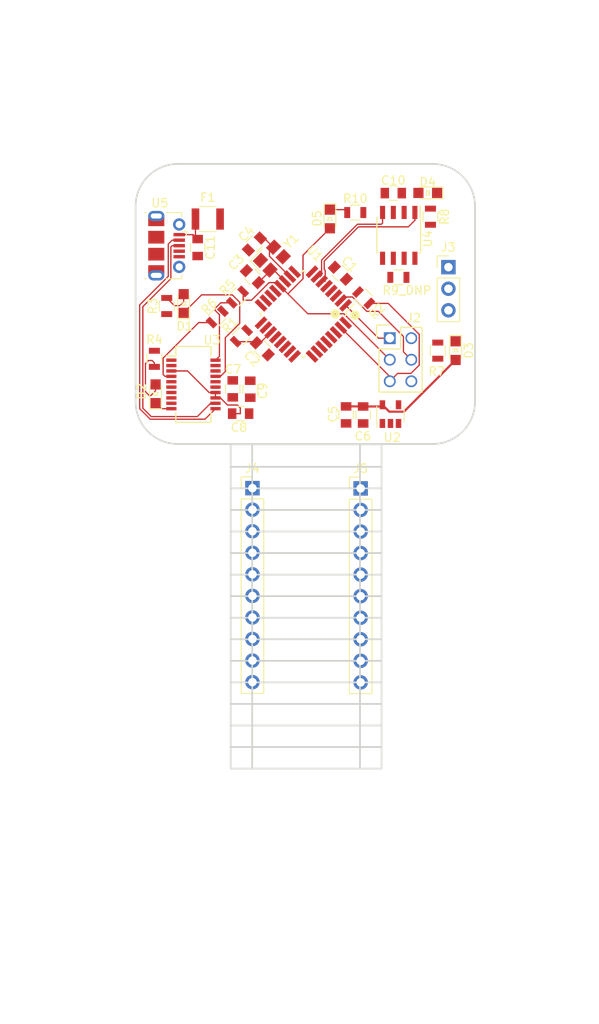
<source format=kicad_pcb>
(kicad_pcb (version 20171130) (host pcbnew 5.1.9-73d0e3b20d~88~ubuntu20.04.1)

  (general
    (thickness 1.6)
    (drawings 29)
    (tracks 140)
    (zones 0)
    (modules 37)
    (nets 79)
  )

  (page A4)
  (layers
    (0 F.Cu signal)
    (31 B.Cu signal)
    (32 B.Adhes user)
    (33 F.Adhes user)
    (34 B.Paste user)
    (35 F.Paste user)
    (36 B.SilkS user)
    (37 F.SilkS user)
    (38 B.Mask user)
    (39 F.Mask user)
    (40 Dwgs.User user)
    (41 Cmts.User user)
    (42 Eco1.User user)
    (43 Eco2.User user)
    (44 Edge.Cuts user)
    (45 Margin user)
    (46 B.CrtYd user hide)
    (47 F.CrtYd user)
    (48 B.Fab user)
    (49 F.Fab user hide)
  )

  (setup
    (last_trace_width 0.1524)
    (user_trace_width 0.254)
    (user_trace_width 0.381)
    (trace_clearance 0.1524)
    (zone_clearance 0.1524)
    (zone_45_only no)
    (trace_min 0.1524)
    (via_size 0.6096)
    (via_drill 0.3048)
    (via_min_size 0.6096)
    (via_min_drill 0.3048)
    (user_via 0.6096 0.3048)
    (uvia_size 0.3)
    (uvia_drill 0.1)
    (uvias_allowed no)
    (uvia_min_size 0.2)
    (uvia_min_drill 0.1)
    (edge_width 0.2)
    (segment_width 0.2)
    (pcb_text_width 0.3)
    (pcb_text_size 1.5 1.5)
    (mod_edge_width 0.15)
    (mod_text_size 1 1)
    (mod_text_width 0.15)
    (pad_size 1.6 0.55)
    (pad_drill 0)
    (pad_to_mask_clearance 0.051)
    (solder_mask_min_width 0.25)
    (aux_axis_origin 0 0)
    (visible_elements FFFFFFFF)
    (pcbplotparams
      (layerselection 0x010fc_ffffffff)
      (usegerberextensions false)
      (usegerberattributes false)
      (usegerberadvancedattributes false)
      (creategerberjobfile false)
      (excludeedgelayer true)
      (linewidth 0.100000)
      (plotframeref false)
      (viasonmask false)
      (mode 1)
      (useauxorigin false)
      (hpglpennumber 1)
      (hpglpenspeed 20)
      (hpglpendiameter 15.000000)
      (psnegative false)
      (psa4output false)
      (plotreference true)
      (plotvalue true)
      (plotinvisibletext false)
      (padsonsilk false)
      (subtractmaskfromsilk false)
      (outputformat 1)
      (mirror false)
      (drillshape 0)
      (scaleselection 1)
      (outputdirectory "2_26_2019/"))
  )

  (net 0 "")
  (net 1 GND)
  (net 2 +5V)
  (net 3 "Net-(C2-Pad1)")
  (net 4 "Net-(C3-Pad1)")
  (net 5 "Net-(C4-Pad1)")
  (net 6 +3V3)
  (net 7 /3V3_FTDI)
  (net 8 "Net-(C11-Pad1)")
  (net 9 /MISO)
  (net 10 /SCK)
  (net 11 /MOSI)
  (net 12 /RESET)
  (net 13 "Net-(D1-Pad2)")
  (net 14 "Net-(D2-Pad2)")
  (net 15 "Net-(R5-Pad1)")
  (net 16 "Net-(R6-Pad1)")
  (net 17 "Net-(D3-Pad1)")
  (net 18 "Net-(D4-Pad1)")
  (net 19 /CAN_+)
  (net 20 /CAN_-)
  (net 21 "Net-(D5-Pad1)")
  (net 22 "Net-(U1-Pad3)")
  (net 23 /CAN_TX)
  (net 24 /CAN_RX)
  (net 25 "Net-(U1-Pad8)")
  (net 26 "Net-(U1-Pad9)")
  (net 27 "Net-(U1-Pad13)")
  (net 28 "Net-(U1-Pad14)")
  (net 29 "Net-(U1-Pad15)")
  (net 30 "Net-(U1-Pad16)")
  (net 31 "Net-(U1-Pad17)")
  (net 32 "Net-(U1-Pad18)")
  (net 33 "Net-(U1-Pad21)")
  (net 34 "Net-(U1-Pad22)")
  (net 35 "Net-(U1-Pad23)")
  (net 36 "Net-(U1-Pad24)")
  (net 37 "Net-(U1-Pad25)")
  (net 38 "Net-(U1-Pad26)")
  (net 39 "Net-(U1-Pad27)")
  (net 40 "Net-(U1-Pad28)")
  (net 41 "Net-(U1-Pad29)")
  (net 42 "Net-(U1-Pad30)")
  (net 43 "Net-(U1-Pad32)")
  (net 44 "Net-(U2-Pad4)")
  (net 45 "Net-(U3-Pad1)")
  (net 46 "Net-(U3-Pad2)")
  (net 47 "Net-(U3-Pad5)")
  (net 48 "Net-(U3-Pad7)")
  (net 49 "Net-(U3-Pad8)")
  (net 50 "Net-(U3-Pad9)")
  (net 51 "Net-(D2-Pad1)")
  (net 52 /USBD+)
  (net 53 /USBD-)
  (net 54 "Net-(D1-Pad1)")
  (net 55 "Net-(U3-Pad18)")
  (net 56 "Net-(U3-Pad19)")
  (net 57 "Net-(U4-Pad5)")
  (net 58 "Net-(J4-Pad10)")
  (net 59 "Net-(J4-Pad9)")
  (net 60 "Net-(J4-Pad8)")
  (net 61 "Net-(J4-Pad7)")
  (net 62 "Net-(J4-Pad6)")
  (net 63 "Net-(J4-Pad5)")
  (net 64 "Net-(J4-Pad4)")
  (net 65 "Net-(J4-Pad3)")
  (net 66 "Net-(J4-Pad2)")
  (net 67 "Net-(J4-Pad1)")
  (net 68 "Net-(J5-Pad1)")
  (net 69 "Net-(J5-Pad2)")
  (net 70 "Net-(J5-Pad3)")
  (net 71 "Net-(J5-Pad4)")
  (net 72 "Net-(J5-Pad5)")
  (net 73 "Net-(J5-Pad6)")
  (net 74 "Net-(J5-Pad7)")
  (net 75 "Net-(J5-Pad8)")
  (net 76 "Net-(J5-Pad9)")
  (net 77 "Net-(J5-Pad10)")
  (net 78 "Net-(U5-Pad4)")

  (net_class Default "This is the default net class."
    (clearance 0.1524)
    (trace_width 0.1524)
    (via_dia 0.6096)
    (via_drill 0.3048)
    (uvia_dia 0.3)
    (uvia_drill 0.1)
    (add_net +3V3)
    (add_net +5V)
    (add_net /3V3_FTDI)
    (add_net /CAN_+)
    (add_net /CAN_-)
    (add_net /CAN_RX)
    (add_net /CAN_TX)
    (add_net /MISO)
    (add_net /MOSI)
    (add_net /RESET)
    (add_net /SCK)
    (add_net /USBD+)
    (add_net /USBD-)
    (add_net GND)
    (add_net "Net-(C11-Pad1)")
    (add_net "Net-(C2-Pad1)")
    (add_net "Net-(C3-Pad1)")
    (add_net "Net-(C4-Pad1)")
    (add_net "Net-(D1-Pad1)")
    (add_net "Net-(D1-Pad2)")
    (add_net "Net-(D2-Pad1)")
    (add_net "Net-(D2-Pad2)")
    (add_net "Net-(D3-Pad1)")
    (add_net "Net-(D4-Pad1)")
    (add_net "Net-(D5-Pad1)")
    (add_net "Net-(J4-Pad1)")
    (add_net "Net-(J4-Pad10)")
    (add_net "Net-(J4-Pad2)")
    (add_net "Net-(J4-Pad3)")
    (add_net "Net-(J4-Pad4)")
    (add_net "Net-(J4-Pad5)")
    (add_net "Net-(J4-Pad6)")
    (add_net "Net-(J4-Pad7)")
    (add_net "Net-(J4-Pad8)")
    (add_net "Net-(J4-Pad9)")
    (add_net "Net-(J5-Pad1)")
    (add_net "Net-(J5-Pad10)")
    (add_net "Net-(J5-Pad2)")
    (add_net "Net-(J5-Pad3)")
    (add_net "Net-(J5-Pad4)")
    (add_net "Net-(J5-Pad5)")
    (add_net "Net-(J5-Pad6)")
    (add_net "Net-(J5-Pad7)")
    (add_net "Net-(J5-Pad8)")
    (add_net "Net-(J5-Pad9)")
    (add_net "Net-(R5-Pad1)")
    (add_net "Net-(R6-Pad1)")
    (add_net "Net-(U1-Pad13)")
    (add_net "Net-(U1-Pad14)")
    (add_net "Net-(U1-Pad15)")
    (add_net "Net-(U1-Pad16)")
    (add_net "Net-(U1-Pad17)")
    (add_net "Net-(U1-Pad18)")
    (add_net "Net-(U1-Pad21)")
    (add_net "Net-(U1-Pad22)")
    (add_net "Net-(U1-Pad23)")
    (add_net "Net-(U1-Pad24)")
    (add_net "Net-(U1-Pad25)")
    (add_net "Net-(U1-Pad26)")
    (add_net "Net-(U1-Pad27)")
    (add_net "Net-(U1-Pad28)")
    (add_net "Net-(U1-Pad29)")
    (add_net "Net-(U1-Pad3)")
    (add_net "Net-(U1-Pad30)")
    (add_net "Net-(U1-Pad32)")
    (add_net "Net-(U1-Pad8)")
    (add_net "Net-(U1-Pad9)")
    (add_net "Net-(U2-Pad4)")
    (add_net "Net-(U3-Pad1)")
    (add_net "Net-(U3-Pad18)")
    (add_net "Net-(U3-Pad19)")
    (add_net "Net-(U3-Pad2)")
    (add_net "Net-(U3-Pad5)")
    (add_net "Net-(U3-Pad7)")
    (add_net "Net-(U3-Pad8)")
    (add_net "Net-(U3-Pad9)")
    (add_net "Net-(U4-Pad5)")
    (add_net "Net-(U5-Pad4)")
  )

  (module Connector_USB:USB_Micro-B_Molex-105017-0001 (layer F.Cu) (tedit 5A1DC0BE) (tstamp 60677279)
    (at 49.53402 68.61078 270)
    (descr http://www.molex.com/pdm_docs/sd/1050170001_sd.pdf)
    (tags "Micro-USB SMD Typ-B")
    (path /6067FF03)
    (attr smd)
    (fp_text reference U5 (at -5.023227 0.822187) (layer F.SilkS)
      (effects (font (size 1 1) (thickness 0.15)))
    )
    (fp_text value USB_MicroB (at 0.3 4.3375 90) (layer F.Fab)
      (effects (font (size 1 1) (thickness 0.15)))
    )
    (fp_line (start -1.1 -2.1225) (end -1.1 -1.9125) (layer F.Fab) (width 0.1))
    (fp_line (start -1.5 -2.1225) (end -1.5 -1.9125) (layer F.Fab) (width 0.1))
    (fp_line (start -1.5 -2.1225) (end -1.1 -2.1225) (layer F.Fab) (width 0.1))
    (fp_line (start -1.1 -1.9125) (end -1.3 -1.7125) (layer F.Fab) (width 0.1))
    (fp_line (start -1.3 -1.7125) (end -1.5 -1.9125) (layer F.Fab) (width 0.1))
    (fp_line (start -1.7 -2.3125) (end -1.7 -1.8625) (layer F.SilkS) (width 0.12))
    (fp_line (start -1.7 -2.3125) (end -1.25 -2.3125) (layer F.SilkS) (width 0.12))
    (fp_line (start 3.9 -1.7625) (end 3.45 -1.7625) (layer F.SilkS) (width 0.12))
    (fp_line (start 3.9 0.0875) (end 3.9 -1.7625) (layer F.SilkS) (width 0.12))
    (fp_line (start -3.9 2.6375) (end -3.9 2.3875) (layer F.SilkS) (width 0.12))
    (fp_line (start -3.75 3.3875) (end -3.75 -1.6125) (layer F.Fab) (width 0.1))
    (fp_line (start -3.75 -1.6125) (end 3.75 -1.6125) (layer F.Fab) (width 0.1))
    (fp_line (start -3.75 3.389204) (end 3.75 3.389204) (layer F.Fab) (width 0.1))
    (fp_line (start -3 2.689204) (end 3 2.689204) (layer F.Fab) (width 0.1))
    (fp_line (start 3.75 3.3875) (end 3.75 -1.6125) (layer F.Fab) (width 0.1))
    (fp_line (start 3.9 2.6375) (end 3.9 2.3875) (layer F.SilkS) (width 0.12))
    (fp_line (start -3.9 0.0875) (end -3.9 -1.7625) (layer F.SilkS) (width 0.12))
    (fp_line (start -3.9 -1.7625) (end -3.45 -1.7625) (layer F.SilkS) (width 0.12))
    (fp_line (start -4.4 3.64) (end -4.4 -2.46) (layer F.CrtYd) (width 0.05))
    (fp_line (start -4.4 -2.46) (end 4.4 -2.46) (layer F.CrtYd) (width 0.05))
    (fp_line (start 4.4 -2.46) (end 4.4 3.64) (layer F.CrtYd) (width 0.05))
    (fp_line (start -4.4 3.64) (end 4.4 3.64) (layer F.CrtYd) (width 0.05))
    (fp_text user %R (at 0 0.8875 90) (layer F.Fab)
      (effects (font (size 1 1) (thickness 0.15)))
    )
    (fp_text user "PCB Edge" (at 0 2.6875 90) (layer Dwgs.User)
      (effects (font (size 0.5 0.5) (thickness 0.08)))
    )
    (pad 6 smd rect (at -2.9 1.2375 270) (size 1.2 1.9) (layers F.Cu F.Mask)
      (net 1 GND))
    (pad 6 smd rect (at 2.9 1.2375 270) (size 1.2 1.9) (layers F.Cu F.Mask)
      (net 1 GND))
    (pad 6 thru_hole oval (at 3.5 1.2375 270) (size 1.2 1.9) (drill oval 0.6 1.3) (layers *.Cu *.Mask)
      (net 1 GND))
    (pad 6 thru_hole oval (at -3.5 1.2375 90) (size 1.2 1.9) (drill oval 0.6 1.3) (layers *.Cu *.Mask)
      (net 1 GND))
    (pad 6 smd rect (at -1 1.2375 270) (size 1.5 1.9) (layers F.Cu F.Paste F.Mask)
      (net 1 GND))
    (pad 6 thru_hole circle (at 2.5 -1.4625 270) (size 1.45 1.45) (drill 0.85) (layers *.Cu *.Mask)
      (net 1 GND))
    (pad 3 smd rect (at 0 -1.4625 270) (size 0.4 1.35) (layers F.Cu F.Paste F.Mask)
      (net 53 /USBD-))
    (pad 4 smd rect (at 0.65 -1.4625 270) (size 0.4 1.35) (layers F.Cu F.Paste F.Mask)
      (net 78 "Net-(U5-Pad4)"))
    (pad 5 smd rect (at 1.3 -1.4625 270) (size 0.4 1.35) (layers F.Cu F.Paste F.Mask)
      (net 1 GND))
    (pad 1 smd rect (at -1.3 -1.4625 270) (size 0.4 1.35) (layers F.Cu F.Paste F.Mask)
      (net 8 "Net-(C11-Pad1)"))
    (pad 2 smd rect (at -0.65 -1.4625 270) (size 0.4 1.35) (layers F.Cu F.Paste F.Mask)
      (net 52 /USBD+))
    (pad 6 thru_hole circle (at -2.5 -1.4625 270) (size 1.45 1.45) (drill 0.85) (layers *.Cu *.Mask)
      (net 1 GND))
    (pad 6 smd rect (at 1 1.2375 270) (size 1.5 1.9) (layers F.Cu F.Paste F.Mask)
      (net 1 GND))
    (model ${KISYS3DMOD}/Connector_USB.3dshapes/USB_Micro-B_Molex-105017-0001.wrl
      (at (xyz 0 0 0))
      (scale (xyz 1 1 1))
      (rotate (xyz 0 0 0))
    )
  )

  (module footprints:PinHeader_1x03_P2.54mm_Vertical (layer F.Cu) (tedit 59FED5CC) (tstamp 6062E86E)
    (at 82.72272 71.14286)
    (descr "Through hole straight pin header, 1x03, 2.54mm pitch, single row")
    (tags "Through hole pin header THT 1x03 2.54mm single row")
    (path /6057373E)
    (fp_text reference J3 (at 0 -2.33) (layer F.SilkS)
      (effects (font (size 1 1) (thickness 0.15)))
    )
    (fp_text value CONN_01X03 (at 0 7.41) (layer F.Fab)
      (effects (font (size 1 1) (thickness 0.15)))
    )
    (fp_line (start 1.8 -1.8) (end -1.8 -1.8) (layer F.CrtYd) (width 0.05))
    (fp_line (start 1.8 6.85) (end 1.8 -1.8) (layer F.CrtYd) (width 0.05))
    (fp_line (start -1.8 6.85) (end 1.8 6.85) (layer F.CrtYd) (width 0.05))
    (fp_line (start -1.8 -1.8) (end -1.8 6.85) (layer F.CrtYd) (width 0.05))
    (fp_line (start -1.33 -1.33) (end 0 -1.33) (layer F.SilkS) (width 0.12))
    (fp_line (start -1.33 0) (end -1.33 -1.33) (layer F.SilkS) (width 0.12))
    (fp_line (start -1.33 1.27) (end 1.33 1.27) (layer F.SilkS) (width 0.12))
    (fp_line (start 1.33 1.27) (end 1.33 6.41) (layer F.SilkS) (width 0.12))
    (fp_line (start -1.33 1.27) (end -1.33 6.41) (layer F.SilkS) (width 0.12))
    (fp_line (start -1.33 6.41) (end 1.33 6.41) (layer F.SilkS) (width 0.12))
    (fp_line (start -1.27 -0.635) (end -0.635 -1.27) (layer F.Fab) (width 0.1))
    (fp_line (start -1.27 6.35) (end -1.27 -0.635) (layer F.Fab) (width 0.1))
    (fp_line (start 1.27 6.35) (end -1.27 6.35) (layer F.Fab) (width 0.1))
    (fp_line (start 1.27 -1.27) (end 1.27 6.35) (layer F.Fab) (width 0.1))
    (fp_line (start -0.635 -1.27) (end 1.27 -1.27) (layer F.Fab) (width 0.1))
    (fp_text user %R (at 0 2.54 90) (layer F.Fab)
      (effects (font (size 1 1) (thickness 0.15)))
    )
    (pad 3 thru_hole oval (at 0 5.08) (size 1.7 1.7) (drill 1) (layers *.Cu *.Mask)
      (net 1 GND))
    (pad 2 thru_hole oval (at 0 2.54) (size 1.7 1.7) (drill 1) (layers *.Cu *.Mask)
      (net 20 /CAN_-))
    (pad 1 thru_hole rect (at 0 0) (size 1.7 1.7) (drill 1) (layers *.Cu *.Mask)
      (net 19 /CAN_+))
    (model ${KISYS3DMOD}/Connector_PinHeader_2.54mm.3dshapes/PinHeader_1x03_P2.54mm_Vertical.wrl
      (at (xyz 0 0 0))
      (scale (xyz 1 1 1))
      (rotate (xyz 0 0 0))
    )
  )

  (module footprints:LED_0805_OEM (layer F.Cu) (tedit 5C3D84D8) (tstamp 60481464)
    (at 83.57166 80.97898 270)
    (descr "LED 0805 smd package")
    (tags "LED led 0805 SMD smd SMT smt smdled SMDLED smtled SMTLED")
    (path /6064E1F2)
    (attr smd)
    (fp_text reference D3 (at -0.02 -1.55 270) (layer F.SilkS)
      (effects (font (size 1 1) (thickness 0.15)))
    )
    (fp_text value 3V3_LED (at 0.508 2.032 90) (layer F.Fab) hide
      (effects (font (size 1 1) (thickness 0.15)))
    )
    (fp_line (start -0.2 0.35) (end -0.2 0) (layer F.SilkS) (width 0.1))
    (fp_line (start -0.2 0) (end -0.2 -0.35) (layer F.SilkS) (width 0.1))
    (fp_line (start 0.15 0.35) (end -0.2 0) (layer F.SilkS) (width 0.1))
    (fp_line (start 0.15 0.3) (end 0.15 0.35) (layer F.SilkS) (width 0.1))
    (fp_line (start 0.15 0.35) (end 0.15 0.3) (layer F.SilkS) (width 0.1))
    (fp_line (start 0.15 -0.35) (end 0.15 0.3) (layer F.SilkS) (width 0.1))
    (fp_line (start 0.1 -0.3) (end 0.15 -0.35) (layer F.SilkS) (width 0.1))
    (fp_line (start -0.2 0) (end 0.1 -0.3) (layer F.SilkS) (width 0.1))
    (fp_line (start -1.8 -0.7) (end -1.8 0.7) (layer F.SilkS) (width 0.12))
    (fp_line (start 1 0.6) (end -1 0.6) (layer F.Fab) (width 0.1))
    (fp_line (start 1 -0.6) (end 1 0.6) (layer F.Fab) (width 0.1))
    (fp_line (start -1 -0.6) (end 1 -0.6) (layer F.Fab) (width 0.1))
    (fp_line (start -1 0.6) (end -1 -0.6) (layer F.Fab) (width 0.1))
    (fp_line (start -1.8 0.7) (end 1 0.7) (layer F.SilkS) (width 0.12))
    (fp_line (start -1.8 -0.7) (end 1 -0.7) (layer F.SilkS) (width 0.12))
    (fp_line (start 1.95 -0.85) (end 1.95 0.85) (layer F.CrtYd) (width 0.05))
    (fp_line (start 1.95 0.85) (end -1.95 0.85) (layer F.CrtYd) (width 0.05))
    (fp_line (start -1.95 0.85) (end -1.95 -0.85) (layer F.CrtYd) (width 0.05))
    (fp_line (start -1.95 -0.85) (end 1.95 -0.85) (layer F.CrtYd) (width 0.05))
    (pad 1 smd rect (at -1.1 0 90) (size 1.2 1.2) (layers F.Cu F.Paste F.Mask)
      (net 17 "Net-(D3-Pad1)"))
    (pad 2 smd rect (at 1.1 0 90) (size 1.2 1.2) (layers F.Cu F.Paste F.Mask)
      (net 6 +3V3))
    (model "${LOCAL_DIR}/OEM_Preferred_Parts/3DModels/LED_0805/LED 0805 Base GREEN001_sp.wrl"
      (at (xyz 0 0 0))
      (scale (xyz 1 1 1))
      (rotate (xyz 0 0 180))
    )
    (model "${LOCAL_DIR}/OEM_Preferred_Parts/3DModels/LED_0805/LED 0805 Base GREEN001_sp.step"
      (at (xyz 0 0 0))
      (scale (xyz 1 1 1))
      (rotate (xyz 0 0 0))
    )
  )

  (module footprints:LED_0805_OEM (layer F.Cu) (tedit 5C3D84D8) (tstamp 604821C2)
    (at 51.52402 75.42078 90)
    (descr "LED 0805 smd package")
    (tags "LED led 0805 SMD smd SMT smt smdled SMDLED smtled SMTLED")
    (path /60687355)
    (attr smd)
    (fp_text reference D1 (at -2.68 0.12) (layer F.SilkS)
      (effects (font (size 1 1) (thickness 0.15)))
    )
    (fp_text value Rx_LED (at 0.508 2.032 90) (layer F.Fab) hide
      (effects (font (size 1 1) (thickness 0.15)))
    )
    (fp_line (start -0.2 0.35) (end -0.2 0) (layer F.SilkS) (width 0.1))
    (fp_line (start -0.2 0) (end -0.2 -0.35) (layer F.SilkS) (width 0.1))
    (fp_line (start 0.15 0.35) (end -0.2 0) (layer F.SilkS) (width 0.1))
    (fp_line (start 0.15 0.3) (end 0.15 0.35) (layer F.SilkS) (width 0.1))
    (fp_line (start 0.15 0.35) (end 0.15 0.3) (layer F.SilkS) (width 0.1))
    (fp_line (start 0.15 -0.35) (end 0.15 0.3) (layer F.SilkS) (width 0.1))
    (fp_line (start 0.1 -0.3) (end 0.15 -0.35) (layer F.SilkS) (width 0.1))
    (fp_line (start -0.2 0) (end 0.1 -0.3) (layer F.SilkS) (width 0.1))
    (fp_line (start -1.8 -0.7) (end -1.8 0.7) (layer F.SilkS) (width 0.12))
    (fp_line (start 1 0.6) (end -1 0.6) (layer F.Fab) (width 0.1))
    (fp_line (start 1 -0.6) (end 1 0.6) (layer F.Fab) (width 0.1))
    (fp_line (start -1 -0.6) (end 1 -0.6) (layer F.Fab) (width 0.1))
    (fp_line (start -1 0.6) (end -1 -0.6) (layer F.Fab) (width 0.1))
    (fp_line (start -1.8 0.7) (end 1 0.7) (layer F.SilkS) (width 0.12))
    (fp_line (start -1.8 -0.7) (end 1 -0.7) (layer F.SilkS) (width 0.12))
    (fp_line (start 1.95 -0.85) (end 1.95 0.85) (layer F.CrtYd) (width 0.05))
    (fp_line (start 1.95 0.85) (end -1.95 0.85) (layer F.CrtYd) (width 0.05))
    (fp_line (start -1.95 0.85) (end -1.95 -0.85) (layer F.CrtYd) (width 0.05))
    (fp_line (start -1.95 -0.85) (end 1.95 -0.85) (layer F.CrtYd) (width 0.05))
    (pad 1 smd rect (at -1.1 0 270) (size 1.2 1.2) (layers F.Cu F.Paste F.Mask)
      (net 54 "Net-(D1-Pad1)"))
    (pad 2 smd rect (at 1.1 0 270) (size 1.2 1.2) (layers F.Cu F.Paste F.Mask)
      (net 13 "Net-(D1-Pad2)"))
    (model "${LOCAL_DIR}/OEM_Preferred_Parts/3DModels/LED_0805/LED 0805 Base GREEN001_sp.wrl"
      (at (xyz 0 0 0))
      (scale (xyz 1 1 1))
      (rotate (xyz 0 0 180))
    )
    (model "${LOCAL_DIR}/OEM_Preferred_Parts/3DModels/LED_0805/LED 0805 Base GREEN001_sp.step"
      (at (xyz 0 0 0))
      (scale (xyz 1 1 1))
      (rotate (xyz 0 0 0))
    )
  )

  (module footprints:LED_0805_OEM (layer F.Cu) (tedit 5C3D84D8) (tstamp 6048147D)
    (at 80.28672 62.3942 180)
    (descr "LED 0805 smd package")
    (tags "LED led 0805 SMD smd SMT smt smdled SMDLED smtled SMTLED")
    (path /60663CDD)
    (attr smd)
    (fp_text reference D4 (at 0 1.27) (layer F.SilkS)
      (effects (font (size 1 1) (thickness 0.15)))
    )
    (fp_text value 5V_LED (at 0.508 2.032) (layer F.Fab) hide
      (effects (font (size 1 1) (thickness 0.15)))
    )
    (fp_line (start -0.2 0.35) (end -0.2 0) (layer F.SilkS) (width 0.1))
    (fp_line (start -0.2 0) (end -0.2 -0.35) (layer F.SilkS) (width 0.1))
    (fp_line (start 0.15 0.35) (end -0.2 0) (layer F.SilkS) (width 0.1))
    (fp_line (start 0.15 0.3) (end 0.15 0.35) (layer F.SilkS) (width 0.1))
    (fp_line (start 0.15 0.35) (end 0.15 0.3) (layer F.SilkS) (width 0.1))
    (fp_line (start 0.15 -0.35) (end 0.15 0.3) (layer F.SilkS) (width 0.1))
    (fp_line (start 0.1 -0.3) (end 0.15 -0.35) (layer F.SilkS) (width 0.1))
    (fp_line (start -0.2 0) (end 0.1 -0.3) (layer F.SilkS) (width 0.1))
    (fp_line (start -1.8 -0.7) (end -1.8 0.7) (layer F.SilkS) (width 0.12))
    (fp_line (start 1 0.6) (end -1 0.6) (layer F.Fab) (width 0.1))
    (fp_line (start 1 -0.6) (end 1 0.6) (layer F.Fab) (width 0.1))
    (fp_line (start -1 -0.6) (end 1 -0.6) (layer F.Fab) (width 0.1))
    (fp_line (start -1 0.6) (end -1 -0.6) (layer F.Fab) (width 0.1))
    (fp_line (start -1.8 0.7) (end 1 0.7) (layer F.SilkS) (width 0.12))
    (fp_line (start -1.8 -0.7) (end 1 -0.7) (layer F.SilkS) (width 0.12))
    (fp_line (start 1.95 -0.85) (end 1.95 0.85) (layer F.CrtYd) (width 0.05))
    (fp_line (start 1.95 0.85) (end -1.95 0.85) (layer F.CrtYd) (width 0.05))
    (fp_line (start -1.95 0.85) (end -1.95 -0.85) (layer F.CrtYd) (width 0.05))
    (fp_line (start -1.95 -0.85) (end 1.95 -0.85) (layer F.CrtYd) (width 0.05))
    (pad 1 smd rect (at -1.1 0) (size 1.2 1.2) (layers F.Cu F.Paste F.Mask)
      (net 18 "Net-(D4-Pad1)"))
    (pad 2 smd rect (at 1.1 0) (size 1.2 1.2) (layers F.Cu F.Paste F.Mask)
      (net 2 +5V))
    (model "${LOCAL_DIR}/OEM_Preferred_Parts/3DModels/LED_0805/LED 0805 Base GREEN001_sp.wrl"
      (at (xyz 0 0 0))
      (scale (xyz 1 1 1))
      (rotate (xyz 0 0 180))
    )
    (model "${LOCAL_DIR}/OEM_Preferred_Parts/3DModels/LED_0805/LED 0805 Base GREEN001_sp.step"
      (at (xyz 0 0 0))
      (scale (xyz 1 1 1))
      (rotate (xyz 0 0 0))
    )
  )

  (module footprints:LED_0805_OEM (layer F.Cu) (tedit 5C3D84D8) (tstamp 60484A27)
    (at 68.75672 65.4642 270)
    (descr "LED 0805 smd package")
    (tags "LED led 0805 SMD smd SMT smt smdled SMDLED smtled SMTLED")
    (path /606DA99A)
    (attr smd)
    (fp_text reference D5 (at -0.06 1.52 90) (layer F.SilkS)
      (effects (font (size 1 1) (thickness 0.15)))
    )
    (fp_text value SCK_LED (at 0.508 2.032 90) (layer F.Fab) hide
      (effects (font (size 1 1) (thickness 0.15)))
    )
    (fp_line (start -0.2 0.35) (end -0.2 0) (layer F.SilkS) (width 0.1))
    (fp_line (start -0.2 0) (end -0.2 -0.35) (layer F.SilkS) (width 0.1))
    (fp_line (start 0.15 0.35) (end -0.2 0) (layer F.SilkS) (width 0.1))
    (fp_line (start 0.15 0.3) (end 0.15 0.35) (layer F.SilkS) (width 0.1))
    (fp_line (start 0.15 0.35) (end 0.15 0.3) (layer F.SilkS) (width 0.1))
    (fp_line (start 0.15 -0.35) (end 0.15 0.3) (layer F.SilkS) (width 0.1))
    (fp_line (start 0.1 -0.3) (end 0.15 -0.35) (layer F.SilkS) (width 0.1))
    (fp_line (start -0.2 0) (end 0.1 -0.3) (layer F.SilkS) (width 0.1))
    (fp_line (start -1.8 -0.7) (end -1.8 0.7) (layer F.SilkS) (width 0.12))
    (fp_line (start 1 0.6) (end -1 0.6) (layer F.Fab) (width 0.1))
    (fp_line (start 1 -0.6) (end 1 0.6) (layer F.Fab) (width 0.1))
    (fp_line (start -1 -0.6) (end 1 -0.6) (layer F.Fab) (width 0.1))
    (fp_line (start -1 0.6) (end -1 -0.6) (layer F.Fab) (width 0.1))
    (fp_line (start -1.8 0.7) (end 1 0.7) (layer F.SilkS) (width 0.12))
    (fp_line (start -1.8 -0.7) (end 1 -0.7) (layer F.SilkS) (width 0.12))
    (fp_line (start 1.95 -0.85) (end 1.95 0.85) (layer F.CrtYd) (width 0.05))
    (fp_line (start 1.95 0.85) (end -1.95 0.85) (layer F.CrtYd) (width 0.05))
    (fp_line (start -1.95 0.85) (end -1.95 -0.85) (layer F.CrtYd) (width 0.05))
    (fp_line (start -1.95 -0.85) (end 1.95 -0.85) (layer F.CrtYd) (width 0.05))
    (pad 1 smd rect (at -1.1 0 90) (size 1.2 1.2) (layers F.Cu F.Paste F.Mask)
      (net 21 "Net-(D5-Pad1)"))
    (pad 2 smd rect (at 1.1 0 90) (size 1.2 1.2) (layers F.Cu F.Paste F.Mask)
      (net 10 /SCK))
    (model "${LOCAL_DIR}/OEM_Preferred_Parts/3DModels/LED_0805/LED 0805 Base GREEN001_sp.wrl"
      (at (xyz 0 0 0))
      (scale (xyz 1 1 1))
      (rotate (xyz 0 0 180))
    )
    (model "${LOCAL_DIR}/OEM_Preferred_Parts/3DModels/LED_0805/LED 0805 Base GREEN001_sp.step"
      (at (xyz 0 0 0))
      (scale (xyz 1 1 1))
      (rotate (xyz 0 0 0))
    )
  )

  (module footprints:LED_0805_OEM (layer F.Cu) (tedit 5C3D84D8) (tstamp 604821DB)
    (at 48.21402 86.06078 90)
    (descr "LED 0805 smd package")
    (tags "LED led 0805 SMD smd SMT smt smdled SMDLED smtled SMTLED")
    (path /60680A5B)
    (attr smd)
    (fp_text reference D2 (at 0.27 -1.65 90) (layer F.SilkS)
      (effects (font (size 1 1) (thickness 0.15)))
    )
    (fp_text value Tx_LED (at 0.508 2.032 90) (layer F.Fab) hide
      (effects (font (size 1 1) (thickness 0.15)))
    )
    (fp_line (start -0.2 0.35) (end -0.2 0) (layer F.SilkS) (width 0.1))
    (fp_line (start -0.2 0) (end -0.2 -0.35) (layer F.SilkS) (width 0.1))
    (fp_line (start 0.15 0.35) (end -0.2 0) (layer F.SilkS) (width 0.1))
    (fp_line (start 0.15 0.3) (end 0.15 0.35) (layer F.SilkS) (width 0.1))
    (fp_line (start 0.15 0.35) (end 0.15 0.3) (layer F.SilkS) (width 0.1))
    (fp_line (start 0.15 -0.35) (end 0.15 0.3) (layer F.SilkS) (width 0.1))
    (fp_line (start 0.1 -0.3) (end 0.15 -0.35) (layer F.SilkS) (width 0.1))
    (fp_line (start -0.2 0) (end 0.1 -0.3) (layer F.SilkS) (width 0.1))
    (fp_line (start -1.8 -0.7) (end -1.8 0.7) (layer F.SilkS) (width 0.12))
    (fp_line (start 1 0.6) (end -1 0.6) (layer F.Fab) (width 0.1))
    (fp_line (start 1 -0.6) (end 1 0.6) (layer F.Fab) (width 0.1))
    (fp_line (start -1 -0.6) (end 1 -0.6) (layer F.Fab) (width 0.1))
    (fp_line (start -1 0.6) (end -1 -0.6) (layer F.Fab) (width 0.1))
    (fp_line (start -1.8 0.7) (end 1 0.7) (layer F.SilkS) (width 0.12))
    (fp_line (start -1.8 -0.7) (end 1 -0.7) (layer F.SilkS) (width 0.12))
    (fp_line (start 1.95 -0.85) (end 1.95 0.85) (layer F.CrtYd) (width 0.05))
    (fp_line (start 1.95 0.85) (end -1.95 0.85) (layer F.CrtYd) (width 0.05))
    (fp_line (start -1.95 0.85) (end -1.95 -0.85) (layer F.CrtYd) (width 0.05))
    (fp_line (start -1.95 -0.85) (end 1.95 -0.85) (layer F.CrtYd) (width 0.05))
    (pad 1 smd rect (at -1.1 0 270) (size 1.2 1.2) (layers F.Cu F.Paste F.Mask)
      (net 51 "Net-(D2-Pad1)"))
    (pad 2 smd rect (at 1.1 0 270) (size 1.2 1.2) (layers F.Cu F.Paste F.Mask)
      (net 14 "Net-(D2-Pad2)"))
    (model "${LOCAL_DIR}/OEM_Preferred_Parts/3DModels/LED_0805/LED 0805 Base GREEN001_sp.wrl"
      (at (xyz 0 0 0))
      (scale (xyz 1 1 1))
      (rotate (xyz 0 0 180))
    )
    (model "${LOCAL_DIR}/OEM_Preferred_Parts/3DModels/LED_0805/LED 0805 Base GREEN001_sp.step"
      (at (xyz 0 0 0))
      (scale (xyz 1 1 1))
      (rotate (xyz 0 0 0))
    )
  )

  (module footprints:C_0805_OEM (layer F.Cu) (tedit 5C3D8347) (tstamp 60472199)
    (at 76.22672 62.4142)
    (descr "Capacitor SMD 0805, reflow soldering, AVX (see smccp.pdf)")
    (tags "capacitor 0805")
    (path /5D5FB603)
    (attr smd)
    (fp_text reference C10 (at 0 -1.5) (layer F.SilkS)
      (effects (font (size 1 1) (thickness 0.15)))
    )
    (fp_text value C_0.1uF (at 0 1.75) (layer F.Fab) hide
      (effects (font (size 1 1) (thickness 0.15)))
    )
    (fp_line (start 1.75 0.87) (end -1.75 0.87) (layer F.CrtYd) (width 0.05))
    (fp_line (start 1.75 0.87) (end 1.75 -0.88) (layer F.CrtYd) (width 0.05))
    (fp_line (start -1.75 -0.88) (end -1.75 0.87) (layer F.CrtYd) (width 0.05))
    (fp_line (start -1.75 -0.88) (end 1.75 -0.88) (layer F.CrtYd) (width 0.05))
    (fp_line (start -0.5 0.85) (end 0.5 0.85) (layer F.SilkS) (width 0.12))
    (fp_line (start 0.5 -0.85) (end -0.5 -0.85) (layer F.SilkS) (width 0.12))
    (fp_line (start -1 -0.62) (end 1 -0.62) (layer F.Fab) (width 0.1))
    (fp_line (start 1 -0.62) (end 1 0.62) (layer F.Fab) (width 0.1))
    (fp_line (start 1 0.62) (end -1 0.62) (layer F.Fab) (width 0.1))
    (fp_line (start -1 0.62) (end -1 -0.62) (layer F.Fab) (width 0.1))
    (pad 1 smd rect (at -1 0) (size 1 1.25) (layers F.Cu F.Paste F.Mask)
      (net 2 +5V))
    (pad 2 smd rect (at 1 0) (size 1 1.25) (layers F.Cu F.Paste F.Mask)
      (net 1 GND))
    (model ${LOCAL_DIR}/OEM_Preferred_Parts/3DModels/C_0805_OEM/C_0805.step
      (at (xyz 0 0 0))
      (scale (xyz 1 1 1))
      (rotate (xyz 0 0 0))
    )
    (model ${LOCAL_DIR}/OEM_Preferred_Parts/3DModels/C_0805_OEM/C_0805.step
      (at (xyz 0 0 0))
      (scale (xyz 1 1 1))
      (rotate (xyz 0 0 0))
    )
  )

  (module footprints:R_0805_OEM (layer F.Cu) (tedit 5C3D844D) (tstamp 60472270)
    (at 71.74672 64.7042)
    (descr "Resistor SMD 0805, reflow soldering, Vishay (see dcrcw.pdf)")
    (tags "resistor 0805")
    (path /605B59D1)
    (attr smd)
    (fp_text reference R10 (at 0 -1.65) (layer F.SilkS)
      (effects (font (size 1 1) (thickness 0.15)))
    )
    (fp_text value R_1K (at 0 1.75) (layer F.Fab) hide
      (effects (font (size 1 1) (thickness 0.15)))
    )
    (fp_line (start -1 0.62) (end -1 -0.62) (layer F.Fab) (width 0.1))
    (fp_line (start 1 0.62) (end -1 0.62) (layer F.Fab) (width 0.1))
    (fp_line (start 1 -0.62) (end 1 0.62) (layer F.Fab) (width 0.1))
    (fp_line (start -1 -0.62) (end 1 -0.62) (layer F.Fab) (width 0.1))
    (fp_line (start 0.6 0.88) (end -0.6 0.88) (layer F.SilkS) (width 0.12))
    (fp_line (start -0.6 -0.88) (end 0.6 -0.88) (layer F.SilkS) (width 0.12))
    (fp_line (start -1.55 -0.9) (end 1.55 -0.9) (layer F.CrtYd) (width 0.05))
    (fp_line (start -1.55 -0.9) (end -1.55 0.9) (layer F.CrtYd) (width 0.05))
    (fp_line (start 1.55 0.9) (end 1.55 -0.9) (layer F.CrtYd) (width 0.05))
    (fp_line (start 1.55 0.9) (end -1.55 0.9) (layer F.CrtYd) (width 0.05))
    (pad 2 smd rect (at 0.95 0) (size 0.7 1.3) (layers F.Cu F.Paste F.Mask)
      (net 1 GND))
    (pad 1 smd rect (at -0.95 0) (size 0.7 1.3) (layers F.Cu F.Paste F.Mask)
      (net 21 "Net-(D5-Pad1)"))
    (model ${LOCAL_DIR}/OEM_Preferred_Parts/3DModels/R_0805_OEM/res0805.step
      (at (xyz 0 0 0))
      (scale (xyz 1 1 1))
      (rotate (xyz 0 0 0))
    )
    (model ${LOCAL_DIR}/OEM_Preferred_Parts/3DModels/R_0805_OEM/res0805.step
      (at (xyz 0 0 0))
      (scale (xyz 1 1 1))
      (rotate (xyz 0 0 0))
    )
  )

  (module footprints:R_0805_OEM (layer F.Cu) (tedit 5C3D844D) (tstamp 60472260)
    (at 76.82672 72.3442 180)
    (descr "Resistor SMD 0805, reflow soldering, Vishay (see dcrcw.pdf)")
    (tags "resistor 0805")
    (path /5FA5AB4A)
    (attr smd)
    (fp_text reference R9_DNP (at -1 -1.54) (layer F.SilkS)
      (effects (font (size 1 1) (thickness 0.15)))
    )
    (fp_text value R_120_DNP (at 0 1.75) (layer F.Fab) hide
      (effects (font (size 1 1) (thickness 0.15)))
    )
    (fp_line (start 1.55 0.9) (end -1.55 0.9) (layer F.CrtYd) (width 0.05))
    (fp_line (start 1.55 0.9) (end 1.55 -0.9) (layer F.CrtYd) (width 0.05))
    (fp_line (start -1.55 -0.9) (end -1.55 0.9) (layer F.CrtYd) (width 0.05))
    (fp_line (start -1.55 -0.9) (end 1.55 -0.9) (layer F.CrtYd) (width 0.05))
    (fp_line (start -0.6 -0.88) (end 0.6 -0.88) (layer F.SilkS) (width 0.12))
    (fp_line (start 0.6 0.88) (end -0.6 0.88) (layer F.SilkS) (width 0.12))
    (fp_line (start -1 -0.62) (end 1 -0.62) (layer F.Fab) (width 0.1))
    (fp_line (start 1 -0.62) (end 1 0.62) (layer F.Fab) (width 0.1))
    (fp_line (start 1 0.62) (end -1 0.62) (layer F.Fab) (width 0.1))
    (fp_line (start -1 0.62) (end -1 -0.62) (layer F.Fab) (width 0.1))
    (pad 1 smd rect (at -0.95 0 180) (size 0.7 1.3) (layers F.Cu F.Paste F.Mask)
      (net 19 /CAN_+))
    (pad 2 smd rect (at 0.95 0 180) (size 0.7 1.3) (layers F.Cu F.Paste F.Mask)
      (net 20 /CAN_-))
    (model ${LOCAL_DIR}/OEM_Preferred_Parts/3DModels/R_0805_OEM/res0805.step
      (at (xyz 0 0 0))
      (scale (xyz 1 1 1))
      (rotate (xyz 0 0 0))
    )
    (model ${LOCAL_DIR}/OEM_Preferred_Parts/3DModels/R_0805_OEM/res0805.step
      (at (xyz 0 0 0))
      (scale (xyz 1 1 1))
      (rotate (xyz 0 0 0))
    )
  )

  (module Package_SO:SSOP-20_3.9x8.7mm_P0.635mm (layer F.Cu) (tedit 5A4A2523) (tstamp 604722E7)
    (at 52.67402 84.96078)
    (descr "SSOP20: plastic shrink small outline package; 24 leads; body width 3.9 mm; lead pitch 0.635; (see http://www.ftdichip.com/Support/Documents/DataSheets/ICs/DS_FT231X.pdf)")
    (tags "SSOP 0.635")
    (path /604230AC)
    (attr smd)
    (fp_text reference U3 (at 2.2 -5.22) (layer F.SilkS)
      (effects (font (size 1 1) (thickness 0.15)))
    )
    (fp_text value FT231XS (at 0 5.4) (layer F.Fab)
      (effects (font (size 1 1) (thickness 0.15)))
    )
    (fp_line (start -2.075 -3.365) (end -3.2 -3.365) (layer F.SilkS) (width 0.15))
    (fp_line (start -2.075 4.475) (end 2.075 4.475) (layer F.SilkS) (width 0.15))
    (fp_line (start -2.075 -4.475) (end 2.075 -4.475) (layer F.SilkS) (width 0.15))
    (fp_line (start -2.075 4.475) (end -2.075 3.365) (layer F.SilkS) (width 0.15))
    (fp_line (start 2.075 4.475) (end 2.075 3.365) (layer F.SilkS) (width 0.15))
    (fp_line (start 2.075 -4.475) (end 2.075 -3.365) (layer F.SilkS) (width 0.15))
    (fp_line (start -2.075 -3.365) (end -2.075 -4.475) (layer F.SilkS) (width 0.15))
    (fp_line (start -3.45 4.65) (end 3.45 4.65) (layer F.CrtYd) (width 0.05))
    (fp_line (start -3.45 -4.65) (end 3.45 -4.65) (layer F.CrtYd) (width 0.05))
    (fp_line (start 3.45 -4.65) (end 3.45 4.65) (layer F.CrtYd) (width 0.05))
    (fp_line (start -3.45 -4.65) (end -3.45 4.65) (layer F.CrtYd) (width 0.05))
    (fp_line (start -1.95 -3.35) (end -0.95 -4.35) (layer F.Fab) (width 0.15))
    (fp_line (start -1.95 4.35) (end -1.95 -3.35) (layer F.Fab) (width 0.15))
    (fp_line (start 1.95 4.35) (end -1.95 4.35) (layer F.Fab) (width 0.15))
    (fp_line (start 1.95 -4.35) (end 1.95 4.35) (layer F.Fab) (width 0.15))
    (fp_line (start -0.95 -4.35) (end 1.95 -4.35) (layer F.Fab) (width 0.15))
    (fp_text user %R (at 0 0) (layer F.Fab)
      (effects (font (size 0.8 0.8) (thickness 0.15)))
    )
    (pad 1 smd rect (at -2.6 -2.8575) (size 1.2 0.4) (layers F.Cu F.Paste F.Mask)
      (net 45 "Net-(U3-Pad1)"))
    (pad 2 smd rect (at -2.6 -2.2225) (size 1.2 0.4) (layers F.Cu F.Paste F.Mask)
      (net 46 "Net-(U3-Pad2)"))
    (pad 3 smd rect (at -2.6 -1.5875) (size 1.2 0.4) (layers F.Cu F.Paste F.Mask)
      (net 7 /3V3_FTDI))
    (pad 4 smd rect (at -2.6 -0.9525) (size 1.2 0.4) (layers F.Cu F.Paste F.Mask)
      (net 16 "Net-(R6-Pad1)"))
    (pad 5 smd rect (at -2.6 -0.3175) (size 1.2 0.4) (layers F.Cu F.Paste F.Mask)
      (net 47 "Net-(U3-Pad5)"))
    (pad 6 smd rect (at -2.6 0.3175) (size 1.2 0.4) (layers F.Cu F.Paste F.Mask)
      (net 1 GND))
    (pad 7 smd rect (at -2.6 0.9525) (size 1.2 0.4) (layers F.Cu F.Paste F.Mask)
      (net 48 "Net-(U3-Pad7)"))
    (pad 8 smd rect (at -2.6 1.5875) (size 1.2 0.4) (layers F.Cu F.Paste F.Mask)
      (net 49 "Net-(U3-Pad8)"))
    (pad 9 smd rect (at -2.6 2.2225) (size 1.2 0.4) (layers F.Cu F.Paste F.Mask)
      (net 50 "Net-(U3-Pad9)"))
    (pad 10 smd rect (at -2.6 2.8575) (size 1.2 0.4) (layers F.Cu F.Paste F.Mask)
      (net 51 "Net-(D2-Pad1)"))
    (pad 11 smd rect (at 2.6 2.8575) (size 1.2 0.4) (layers F.Cu F.Paste F.Mask)
      (net 52 /USBD+))
    (pad 12 smd rect (at 2.6 2.2225) (size 1.2 0.4) (layers F.Cu F.Paste F.Mask)
      (net 53 /USBD-))
    (pad 13 smd rect (at 2.6 1.5875) (size 1.2 0.4) (layers F.Cu F.Paste F.Mask)
      (net 7 /3V3_FTDI))
    (pad 14 smd rect (at 2.6 0.9525) (size 1.2 0.4) (layers F.Cu F.Paste F.Mask)
      (net 7 /3V3_FTDI))
    (pad 15 smd rect (at 2.6 0.3175) (size 1.2 0.4) (layers F.Cu F.Paste F.Mask)
      (net 2 +5V))
    (pad 16 smd rect (at 2.6 -0.3175) (size 1.2 0.4) (layers F.Cu F.Paste F.Mask)
      (net 1 GND))
    (pad 17 smd rect (at 2.6 -0.9525) (size 1.2 0.4) (layers F.Cu F.Paste F.Mask)
      (net 54 "Net-(D1-Pad1)"))
    (pad 18 smd rect (at 2.6 -1.5875) (size 1.2 0.4) (layers F.Cu F.Paste F.Mask)
      (net 55 "Net-(U3-Pad18)"))
    (pad 19 smd rect (at 2.6 -2.2225) (size 1.2 0.4) (layers F.Cu F.Paste F.Mask)
      (net 56 "Net-(U3-Pad19)"))
    (pad 20 smd rect (at 2.6 -2.8575) (size 1.2 0.4) (layers F.Cu F.Paste F.Mask)
      (net 15 "Net-(R5-Pad1)"))
    (model ${KISYS3DMOD}/Package_SO.3dshapes/SSOP-20_3.9x8.7mm_P0.635mm.wrl
      (at (xyz 0 0 0))
      (scale (xyz 1 1 1))
      (rotate (xyz 0 0 0))
    )
  )

  (module footprints:R_0805_OEM (layer F.Cu) (tedit 5C3D844D) (tstamp 60472250)
    (at 80.60672 65.1942 270)
    (descr "Resistor SMD 0805, reflow soldering, Vishay (see dcrcw.pdf)")
    (tags "resistor 0805")
    (path /6051F9BB)
    (attr smd)
    (fp_text reference R8 (at 0 -1.65 90) (layer F.SilkS)
      (effects (font (size 1 1) (thickness 0.15)))
    )
    (fp_text value R_1K (at 0 1.75 90) (layer F.Fab) hide
      (effects (font (size 1 1) (thickness 0.15)))
    )
    (fp_line (start 1.55 0.9) (end -1.55 0.9) (layer F.CrtYd) (width 0.05))
    (fp_line (start 1.55 0.9) (end 1.55 -0.9) (layer F.CrtYd) (width 0.05))
    (fp_line (start -1.55 -0.9) (end -1.55 0.9) (layer F.CrtYd) (width 0.05))
    (fp_line (start -1.55 -0.9) (end 1.55 -0.9) (layer F.CrtYd) (width 0.05))
    (fp_line (start -0.6 -0.88) (end 0.6 -0.88) (layer F.SilkS) (width 0.12))
    (fp_line (start 0.6 0.88) (end -0.6 0.88) (layer F.SilkS) (width 0.12))
    (fp_line (start -1 -0.62) (end 1 -0.62) (layer F.Fab) (width 0.1))
    (fp_line (start 1 -0.62) (end 1 0.62) (layer F.Fab) (width 0.1))
    (fp_line (start 1 0.62) (end -1 0.62) (layer F.Fab) (width 0.1))
    (fp_line (start -1 0.62) (end -1 -0.62) (layer F.Fab) (width 0.1))
    (pad 1 smd rect (at -0.95 0 270) (size 0.7 1.3) (layers F.Cu F.Paste F.Mask)
      (net 18 "Net-(D4-Pad1)"))
    (pad 2 smd rect (at 0.95 0 270) (size 0.7 1.3) (layers F.Cu F.Paste F.Mask)
      (net 1 GND))
    (model ${LOCAL_DIR}/OEM_Preferred_Parts/3DModels/R_0805_OEM/res0805.step
      (at (xyz 0 0 0))
      (scale (xyz 1 1 1))
      (rotate (xyz 0 0 0))
    )
    (model ${LOCAL_DIR}/OEM_Preferred_Parts/3DModels/R_0805_OEM/res0805.step
      (at (xyz 0 0 0))
      (scale (xyz 1 1 1))
      (rotate (xyz 0 0 0))
    )
  )

  (module footprints:R_0805_OEM (layer F.Cu) (tedit 5C3D844D) (tstamp 60472240)
    (at 81.47166 80.97898 270)
    (descr "Resistor SMD 0805, reflow soldering, Vishay (see dcrcw.pdf)")
    (tags "resistor 0805")
    (path /604F8192)
    (attr smd)
    (fp_text reference R7 (at 2.45 0.13) (layer F.SilkS)
      (effects (font (size 1 1) (thickness 0.15)))
    )
    (fp_text value R_1K (at 0 1.75 90) (layer F.Fab) hide
      (effects (font (size 1 1) (thickness 0.15)))
    )
    (fp_line (start -1 0.62) (end -1 -0.62) (layer F.Fab) (width 0.1))
    (fp_line (start 1 0.62) (end -1 0.62) (layer F.Fab) (width 0.1))
    (fp_line (start 1 -0.62) (end 1 0.62) (layer F.Fab) (width 0.1))
    (fp_line (start -1 -0.62) (end 1 -0.62) (layer F.Fab) (width 0.1))
    (fp_line (start 0.6 0.88) (end -0.6 0.88) (layer F.SilkS) (width 0.12))
    (fp_line (start -0.6 -0.88) (end 0.6 -0.88) (layer F.SilkS) (width 0.12))
    (fp_line (start -1.55 -0.9) (end 1.55 -0.9) (layer F.CrtYd) (width 0.05))
    (fp_line (start -1.55 -0.9) (end -1.55 0.9) (layer F.CrtYd) (width 0.05))
    (fp_line (start 1.55 0.9) (end 1.55 -0.9) (layer F.CrtYd) (width 0.05))
    (fp_line (start 1.55 0.9) (end -1.55 0.9) (layer F.CrtYd) (width 0.05))
    (pad 2 smd rect (at 0.95 0 270) (size 0.7 1.3) (layers F.Cu F.Paste F.Mask)
      (net 1 GND))
    (pad 1 smd rect (at -0.95 0 270) (size 0.7 1.3) (layers F.Cu F.Paste F.Mask)
      (net 17 "Net-(D3-Pad1)"))
    (model ${LOCAL_DIR}/OEM_Preferred_Parts/3DModels/R_0805_OEM/res0805.step
      (at (xyz 0 0 0))
      (scale (xyz 1 1 1))
      (rotate (xyz 0 0 0))
    )
    (model ${LOCAL_DIR}/OEM_Preferred_Parts/3DModels/R_0805_OEM/res0805.step
      (at (xyz 0 0 0))
      (scale (xyz 1 1 1))
      (rotate (xyz 0 0 0))
    )
  )

  (module footprints:R_0805_OEM (layer F.Cu) (tedit 5C3D844D) (tstamp 60472220)
    (at 57.86402 74.67078 45)
    (descr "Resistor SMD 0805, reflow soldering, Vishay (see dcrcw.pdf)")
    (tags "resistor 0805")
    (path /60487A5B)
    (attr smd)
    (fp_text reference R5 (at -0.021213 -1.647559 45) (layer F.SilkS)
      (effects (font (size 1 1) (thickness 0.15)))
    )
    (fp_text value R_1K (at 0 1.75 45) (layer F.Fab) hide
      (effects (font (size 1 1) (thickness 0.15)))
    )
    (fp_line (start 1.55 0.9) (end -1.55 0.9) (layer F.CrtYd) (width 0.05))
    (fp_line (start 1.55 0.9) (end 1.55 -0.9) (layer F.CrtYd) (width 0.05))
    (fp_line (start -1.55 -0.9) (end -1.55 0.9) (layer F.CrtYd) (width 0.05))
    (fp_line (start -1.55 -0.9) (end 1.55 -0.9) (layer F.CrtYd) (width 0.05))
    (fp_line (start -0.6 -0.88) (end 0.6 -0.88) (layer F.SilkS) (width 0.12))
    (fp_line (start 0.6 0.88) (end -0.6 0.88) (layer F.SilkS) (width 0.12))
    (fp_line (start -1 -0.62) (end 1 -0.62) (layer F.Fab) (width 0.1))
    (fp_line (start 1 -0.62) (end 1 0.62) (layer F.Fab) (width 0.1))
    (fp_line (start 1 0.62) (end -1 0.62) (layer F.Fab) (width 0.1))
    (fp_line (start -1 0.62) (end -1 -0.62) (layer F.Fab) (width 0.1))
    (pad 1 smd rect (at -0.95 0 45) (size 0.7 1.3) (layers F.Cu F.Paste F.Mask)
      (net 15 "Net-(R5-Pad1)"))
    (pad 2 smd rect (at 0.95 0 45) (size 0.7 1.3) (layers F.Cu F.Paste F.Mask)
      (net 10 /SCK))
    (model ${LOCAL_DIR}/OEM_Preferred_Parts/3DModels/R_0805_OEM/res0805.step
      (at (xyz 0 0 0))
      (scale (xyz 1 1 1))
      (rotate (xyz 0 0 0))
    )
    (model ${LOCAL_DIR}/OEM_Preferred_Parts/3DModels/R_0805_OEM/res0805.step
      (at (xyz 0 0 0))
      (scale (xyz 1 1 1))
      (rotate (xyz 0 0 0))
    )
  )

  (module footprints:R_0805_OEM (layer F.Cu) (tedit 5C3D844D) (tstamp 604721E0)
    (at 58.32402 79.25078 225)
    (descr "Resistor SMD 0805, reflow soldering, Vishay (see dcrcw.pdf)")
    (tags "resistor 0805")
    (path /5D58E16F)
    (attr smd)
    (fp_text reference R1 (at 0.049497 1.817264 45) (layer F.SilkS)
      (effects (font (size 1 1) (thickness 0.15)))
    )
    (fp_text value R_100 (at 0 1.75 45) (layer F.Fab) hide
      (effects (font (size 1 1) (thickness 0.15)))
    )
    (fp_line (start 1.55 0.9) (end -1.55 0.9) (layer F.CrtYd) (width 0.05))
    (fp_line (start 1.55 0.9) (end 1.55 -0.9) (layer F.CrtYd) (width 0.05))
    (fp_line (start -1.55 -0.9) (end -1.55 0.9) (layer F.CrtYd) (width 0.05))
    (fp_line (start -1.55 -0.9) (end 1.55 -0.9) (layer F.CrtYd) (width 0.05))
    (fp_line (start -0.6 -0.88) (end 0.6 -0.88) (layer F.SilkS) (width 0.12))
    (fp_line (start 0.6 0.88) (end -0.6 0.88) (layer F.SilkS) (width 0.12))
    (fp_line (start -1 -0.62) (end 1 -0.62) (layer F.Fab) (width 0.1))
    (fp_line (start 1 -0.62) (end 1 0.62) (layer F.Fab) (width 0.1))
    (fp_line (start 1 0.62) (end -1 0.62) (layer F.Fab) (width 0.1))
    (fp_line (start -1 0.62) (end -1 -0.62) (layer F.Fab) (width 0.1))
    (pad 1 smd rect (at -0.95 0 225) (size 0.7 1.3) (layers F.Cu F.Paste F.Mask)
      (net 2 +5V))
    (pad 2 smd rect (at 0.95 0 225) (size 0.7 1.3) (layers F.Cu F.Paste F.Mask)
      (net 3 "Net-(C2-Pad1)"))
    (model ${LOCAL_DIR}/OEM_Preferred_Parts/3DModels/R_0805_OEM/res0805.step
      (at (xyz 0 0 0))
      (scale (xyz 1 1 1))
      (rotate (xyz 0 0 0))
    )
    (model ${LOCAL_DIR}/OEM_Preferred_Parts/3DModels/R_0805_OEM/res0805.step
      (at (xyz 0 0 0))
      (scale (xyz 1 1 1))
      (rotate (xyz 0 0 0))
    )
  )

  (module footprints:C_0805_OEM (layer F.Cu) (tedit 5C3D8347) (tstamp 60472189)
    (at 59.36768 85.52254 90)
    (descr "Capacitor SMD 0805, reflow soldering, AVX (see smccp.pdf)")
    (tags "capacitor 0805")
    (path /60413C9E)
    (attr smd)
    (fp_text reference C9 (at -0.19 1.46 270) (layer F.SilkS)
      (effects (font (size 1 1) (thickness 0.15)))
    )
    (fp_text value C_10uF (at 0 1.75 90) (layer F.Fab) hide
      (effects (font (size 1 1) (thickness 0.15)))
    )
    (fp_line (start 1.75 0.87) (end -1.75 0.87) (layer F.CrtYd) (width 0.05))
    (fp_line (start 1.75 0.87) (end 1.75 -0.88) (layer F.CrtYd) (width 0.05))
    (fp_line (start -1.75 -0.88) (end -1.75 0.87) (layer F.CrtYd) (width 0.05))
    (fp_line (start -1.75 -0.88) (end 1.75 -0.88) (layer F.CrtYd) (width 0.05))
    (fp_line (start -0.5 0.85) (end 0.5 0.85) (layer F.SilkS) (width 0.12))
    (fp_line (start 0.5 -0.85) (end -0.5 -0.85) (layer F.SilkS) (width 0.12))
    (fp_line (start -1 -0.62) (end 1 -0.62) (layer F.Fab) (width 0.1))
    (fp_line (start 1 -0.62) (end 1 0.62) (layer F.Fab) (width 0.1))
    (fp_line (start 1 0.62) (end -1 0.62) (layer F.Fab) (width 0.1))
    (fp_line (start -1 0.62) (end -1 -0.62) (layer F.Fab) (width 0.1))
    (pad 1 smd rect (at -1 0 90) (size 1 1.25) (layers F.Cu F.Paste F.Mask)
      (net 2 +5V))
    (pad 2 smd rect (at 1 0 90) (size 1 1.25) (layers F.Cu F.Paste F.Mask)
      (net 1 GND))
    (model ${LOCAL_DIR}/OEM_Preferred_Parts/3DModels/C_0805_OEM/C_0805.step
      (at (xyz 0 0 0))
      (scale (xyz 1 1 1))
      (rotate (xyz 0 0 0))
    )
    (model ${LOCAL_DIR}/OEM_Preferred_Parts/3DModels/C_0805_OEM/C_0805.step
      (at (xyz 0 0 0))
      (scale (xyz 1 1 1))
      (rotate (xyz 0 0 0))
    )
  )

  (module footprints:C_0805_OEM (layer F.Cu) (tedit 5C3D8347) (tstamp 60472149)
    (at 70.6628 88.54948 270)
    (descr "Capacitor SMD 0805, reflow soldering, AVX (see smccp.pdf)")
    (tags "capacitor 0805")
    (path /603DE17E)
    (attr smd)
    (fp_text reference C5 (at -0.09 1.54 90) (layer F.SilkS)
      (effects (font (size 1 1) (thickness 0.15)))
    )
    (fp_text value C_10uF (at 0 1.75 90) (layer F.Fab) hide
      (effects (font (size 1 1) (thickness 0.15)))
    )
    (fp_line (start -1 0.62) (end -1 -0.62) (layer F.Fab) (width 0.1))
    (fp_line (start 1 0.62) (end -1 0.62) (layer F.Fab) (width 0.1))
    (fp_line (start 1 -0.62) (end 1 0.62) (layer F.Fab) (width 0.1))
    (fp_line (start -1 -0.62) (end 1 -0.62) (layer F.Fab) (width 0.1))
    (fp_line (start 0.5 -0.85) (end -0.5 -0.85) (layer F.SilkS) (width 0.12))
    (fp_line (start -0.5 0.85) (end 0.5 0.85) (layer F.SilkS) (width 0.12))
    (fp_line (start -1.75 -0.88) (end 1.75 -0.88) (layer F.CrtYd) (width 0.05))
    (fp_line (start -1.75 -0.88) (end -1.75 0.87) (layer F.CrtYd) (width 0.05))
    (fp_line (start 1.75 0.87) (end 1.75 -0.88) (layer F.CrtYd) (width 0.05))
    (fp_line (start 1.75 0.87) (end -1.75 0.87) (layer F.CrtYd) (width 0.05))
    (pad 2 smd rect (at 1 0 270) (size 1 1.25) (layers F.Cu F.Paste F.Mask)
      (net 1 GND))
    (pad 1 smd rect (at -1 0 270) (size 1 1.25) (layers F.Cu F.Paste F.Mask)
      (net 6 +3V3))
    (model ${LOCAL_DIR}/OEM_Preferred_Parts/3DModels/C_0805_OEM/C_0805.step
      (at (xyz 0 0 0))
      (scale (xyz 1 1 1))
      (rotate (xyz 0 0 0))
    )
    (model ${LOCAL_DIR}/OEM_Preferred_Parts/3DModels/C_0805_OEM/C_0805.step
      (at (xyz 0 0 0))
      (scale (xyz 1 1 1))
      (rotate (xyz 0 0 0))
    )
  )

  (module footprints:R_0805_OEM (layer F.Cu) (tedit 5C3D844D) (tstamp 60472210)
    (at 48.07402 81.94078 90)
    (descr "Resistor SMD 0805, reflow soldering, Vishay (see dcrcw.pdf)")
    (tags "resistor 0805")
    (path /604A6974)
    (attr smd)
    (fp_text reference R4 (at 2.27 0 180) (layer F.SilkS)
      (effects (font (size 1 1) (thickness 0.15)))
    )
    (fp_text value R_1K (at 0 1.75 90) (layer F.Fab) hide
      (effects (font (size 1 1) (thickness 0.15)))
    )
    (fp_line (start -1 0.62) (end -1 -0.62) (layer F.Fab) (width 0.1))
    (fp_line (start 1 0.62) (end -1 0.62) (layer F.Fab) (width 0.1))
    (fp_line (start 1 -0.62) (end 1 0.62) (layer F.Fab) (width 0.1))
    (fp_line (start -1 -0.62) (end 1 -0.62) (layer F.Fab) (width 0.1))
    (fp_line (start 0.6 0.88) (end -0.6 0.88) (layer F.SilkS) (width 0.12))
    (fp_line (start -0.6 -0.88) (end 0.6 -0.88) (layer F.SilkS) (width 0.12))
    (fp_line (start -1.55 -0.9) (end 1.55 -0.9) (layer F.CrtYd) (width 0.05))
    (fp_line (start -1.55 -0.9) (end -1.55 0.9) (layer F.CrtYd) (width 0.05))
    (fp_line (start 1.55 0.9) (end 1.55 -0.9) (layer F.CrtYd) (width 0.05))
    (fp_line (start 1.55 0.9) (end -1.55 0.9) (layer F.CrtYd) (width 0.05))
    (pad 2 smd rect (at 0.95 0 90) (size 0.7 1.3) (layers F.Cu F.Paste F.Mask)
      (net 2 +5V))
    (pad 1 smd rect (at -0.95 0 90) (size 0.7 1.3) (layers F.Cu F.Paste F.Mask)
      (net 14 "Net-(D2-Pad2)"))
    (model ${LOCAL_DIR}/OEM_Preferred_Parts/3DModels/R_0805_OEM/res0805.step
      (at (xyz 0 0 0))
      (scale (xyz 1 1 1))
      (rotate (xyz 0 0 0))
    )
    (model ${LOCAL_DIR}/OEM_Preferred_Parts/3DModels/R_0805_OEM/res0805.step
      (at (xyz 0 0 0))
      (scale (xyz 1 1 1))
      (rotate (xyz 0 0 0))
    )
  )

  (module footprints:C_0805_OEM (layer F.Cu) (tedit 5C3D8347) (tstamp 60472169)
    (at 57.30768 85.48254 90)
    (descr "Capacitor SMD 0805, reflow soldering, AVX (see smccp.pdf)")
    (tags "capacitor 0805")
    (path /60413CBA)
    (attr smd)
    (fp_text reference C7 (at 2.32 0.04 180) (layer F.SilkS)
      (effects (font (size 1 1) (thickness 0.15)))
    )
    (fp_text value C_0.1uF (at 0 1.75 90) (layer F.Fab) hide
      (effects (font (size 1 1) (thickness 0.15)))
    )
    (fp_line (start -1 0.62) (end -1 -0.62) (layer F.Fab) (width 0.1))
    (fp_line (start 1 0.62) (end -1 0.62) (layer F.Fab) (width 0.1))
    (fp_line (start 1 -0.62) (end 1 0.62) (layer F.Fab) (width 0.1))
    (fp_line (start -1 -0.62) (end 1 -0.62) (layer F.Fab) (width 0.1))
    (fp_line (start 0.5 -0.85) (end -0.5 -0.85) (layer F.SilkS) (width 0.12))
    (fp_line (start -0.5 0.85) (end 0.5 0.85) (layer F.SilkS) (width 0.12))
    (fp_line (start -1.75 -0.88) (end 1.75 -0.88) (layer F.CrtYd) (width 0.05))
    (fp_line (start -1.75 -0.88) (end -1.75 0.87) (layer F.CrtYd) (width 0.05))
    (fp_line (start 1.75 0.87) (end 1.75 -0.88) (layer F.CrtYd) (width 0.05))
    (fp_line (start 1.75 0.87) (end -1.75 0.87) (layer F.CrtYd) (width 0.05))
    (pad 2 smd rect (at 1 0 90) (size 1 1.25) (layers F.Cu F.Paste F.Mask)
      (net 1 GND))
    (pad 1 smd rect (at -1 0 90) (size 1 1.25) (layers F.Cu F.Paste F.Mask)
      (net 2 +5V))
    (model ${LOCAL_DIR}/OEM_Preferred_Parts/3DModels/C_0805_OEM/C_0805.step
      (at (xyz 0 0 0))
      (scale (xyz 1 1 1))
      (rotate (xyz 0 0 0))
    )
    (model ${LOCAL_DIR}/OEM_Preferred_Parts/3DModels/C_0805_OEM/C_0805.step
      (at (xyz 0 0 0))
      (scale (xyz 1 1 1))
      (rotate (xyz 0 0 0))
    )
  )

  (module footprints:C_0805_OEM (layer F.Cu) (tedit 5C3D8347) (tstamp 604721A9)
    (at 53.17402 68.83078 270)
    (descr "Capacitor SMD 0805, reflow soldering, AVX (see smccp.pdf)")
    (tags "capacitor 0805")
    (path /604A6E49)
    (attr smd)
    (fp_text reference C11 (at 0 -1.5 90) (layer F.SilkS)
      (effects (font (size 1 1) (thickness 0.15)))
    )
    (fp_text value C_0.1uF (at 0 1.75 90) (layer F.Fab) hide
      (effects (font (size 1 1) (thickness 0.15)))
    )
    (fp_line (start -1 0.62) (end -1 -0.62) (layer F.Fab) (width 0.1))
    (fp_line (start 1 0.62) (end -1 0.62) (layer F.Fab) (width 0.1))
    (fp_line (start 1 -0.62) (end 1 0.62) (layer F.Fab) (width 0.1))
    (fp_line (start -1 -0.62) (end 1 -0.62) (layer F.Fab) (width 0.1))
    (fp_line (start 0.5 -0.85) (end -0.5 -0.85) (layer F.SilkS) (width 0.12))
    (fp_line (start -0.5 0.85) (end 0.5 0.85) (layer F.SilkS) (width 0.12))
    (fp_line (start -1.75 -0.88) (end 1.75 -0.88) (layer F.CrtYd) (width 0.05))
    (fp_line (start -1.75 -0.88) (end -1.75 0.87) (layer F.CrtYd) (width 0.05))
    (fp_line (start 1.75 0.87) (end 1.75 -0.88) (layer F.CrtYd) (width 0.05))
    (fp_line (start 1.75 0.87) (end -1.75 0.87) (layer F.CrtYd) (width 0.05))
    (pad 2 smd rect (at 1 0 270) (size 1 1.25) (layers F.Cu F.Paste F.Mask)
      (net 1 GND))
    (pad 1 smd rect (at -1 0 270) (size 1 1.25) (layers F.Cu F.Paste F.Mask)
      (net 8 "Net-(C11-Pad1)"))
    (model ${LOCAL_DIR}/OEM_Preferred_Parts/3DModels/C_0805_OEM/C_0805.step
      (at (xyz 0 0 0))
      (scale (xyz 1 1 1))
      (rotate (xyz 0 0 0))
    )
    (model ${LOCAL_DIR}/OEM_Preferred_Parts/3DModels/C_0805_OEM/C_0805.step
      (at (xyz 0 0 0))
      (scale (xyz 1 1 1))
      (rotate (xyz 0 0 0))
    )
  )

  (module Package_TO_SOT_SMD:SOT-23-5 (layer F.Cu) (tedit 5A02FF57) (tstamp 604722BE)
    (at 75.89166 88.45898 90)
    (descr "5-pin SOT23 package")
    (tags SOT-23-5)
    (path /603CFE05)
    (attr smd)
    (fp_text reference U2 (at -2.76 0.21) (layer F.SilkS)
      (effects (font (size 1 1) (thickness 0.15)))
    )
    (fp_text value MIC5205-3.3YM5 (at 0 2.9 90) (layer F.Fab)
      (effects (font (size 1 1) (thickness 0.15)))
    )
    (fp_line (start 0.9 -1.55) (end 0.9 1.55) (layer F.Fab) (width 0.1))
    (fp_line (start 0.9 1.55) (end -0.9 1.55) (layer F.Fab) (width 0.1))
    (fp_line (start -0.9 -0.9) (end -0.9 1.55) (layer F.Fab) (width 0.1))
    (fp_line (start 0.9 -1.55) (end -0.25 -1.55) (layer F.Fab) (width 0.1))
    (fp_line (start -0.9 -0.9) (end -0.25 -1.55) (layer F.Fab) (width 0.1))
    (fp_line (start -1.9 1.8) (end -1.9 -1.8) (layer F.CrtYd) (width 0.05))
    (fp_line (start 1.9 1.8) (end -1.9 1.8) (layer F.CrtYd) (width 0.05))
    (fp_line (start 1.9 -1.8) (end 1.9 1.8) (layer F.CrtYd) (width 0.05))
    (fp_line (start -1.9 -1.8) (end 1.9 -1.8) (layer F.CrtYd) (width 0.05))
    (fp_line (start 0.9 -1.61) (end -1.55 -1.61) (layer F.SilkS) (width 0.12))
    (fp_line (start -0.9 1.61) (end 0.9 1.61) (layer F.SilkS) (width 0.12))
    (fp_text user %R (at 0 0) (layer F.Fab)
      (effects (font (size 0.5 0.5) (thickness 0.075)))
    )
    (pad 1 smd rect (at -1.1 -0.95 90) (size 1.06 0.65) (layers F.Cu F.Paste F.Mask)
      (net 2 +5V))
    (pad 2 smd rect (at -1.1 0 90) (size 1.06 0.65) (layers F.Cu F.Paste F.Mask)
      (net 1 GND))
    (pad 3 smd rect (at -1.1 0.95 90) (size 1.06 0.65) (layers F.Cu F.Paste F.Mask)
      (net 2 +5V))
    (pad 4 smd rect (at 1.1 0.95 90) (size 1.06 0.65) (layers F.Cu F.Paste F.Mask)
      (net 44 "Net-(U2-Pad4)"))
    (pad 5 smd rect (at 1.1 -0.95 90) (size 1.06 0.65) (layers F.Cu F.Paste F.Mask)
      (net 6 +3V3))
    (model ${KISYS3DMOD}/Package_TO_SOT_SMD.3dshapes/SOT-23-5.wrl
      (at (xyz 0 0 0))
      (scale (xyz 1 1 1))
      (rotate (xyz 0 0 0))
    )
  )

  (module footprints:C_0805_OEM (layer F.Cu) (tedit 5C3D8347) (tstamp 60472159)
    (at 72.67166 88.55898 270)
    (descr "Capacitor SMD 0805, reflow soldering, AVX (see smccp.pdf)")
    (tags "capacitor 0805")
    (path /603E87AD)
    (attr smd)
    (fp_text reference C6 (at 2.5 0.03) (layer F.SilkS)
      (effects (font (size 1 1) (thickness 0.15)))
    )
    (fp_text value C_0.1uF (at 0 1.75 90) (layer F.Fab) hide
      (effects (font (size 1 1) (thickness 0.15)))
    )
    (fp_line (start 1.75 0.87) (end -1.75 0.87) (layer F.CrtYd) (width 0.05))
    (fp_line (start 1.75 0.87) (end 1.75 -0.88) (layer F.CrtYd) (width 0.05))
    (fp_line (start -1.75 -0.88) (end -1.75 0.87) (layer F.CrtYd) (width 0.05))
    (fp_line (start -1.75 -0.88) (end 1.75 -0.88) (layer F.CrtYd) (width 0.05))
    (fp_line (start -0.5 0.85) (end 0.5 0.85) (layer F.SilkS) (width 0.12))
    (fp_line (start 0.5 -0.85) (end -0.5 -0.85) (layer F.SilkS) (width 0.12))
    (fp_line (start -1 -0.62) (end 1 -0.62) (layer F.Fab) (width 0.1))
    (fp_line (start 1 -0.62) (end 1 0.62) (layer F.Fab) (width 0.1))
    (fp_line (start 1 0.62) (end -1 0.62) (layer F.Fab) (width 0.1))
    (fp_line (start -1 0.62) (end -1 -0.62) (layer F.Fab) (width 0.1))
    (pad 1 smd rect (at -1 0 270) (size 1 1.25) (layers F.Cu F.Paste F.Mask)
      (net 6 +3V3))
    (pad 2 smd rect (at 1 0 270) (size 1 1.25) (layers F.Cu F.Paste F.Mask)
      (net 1 GND))
    (model ${LOCAL_DIR}/OEM_Preferred_Parts/3DModels/C_0805_OEM/C_0805.step
      (at (xyz 0 0 0))
      (scale (xyz 1 1 1))
      (rotate (xyz 0 0 0))
    )
    (model ${LOCAL_DIR}/OEM_Preferred_Parts/3DModels/C_0805_OEM/C_0805.step
      (at (xyz 0 0 0))
      (scale (xyz 1 1 1))
      (rotate (xyz 0 0 0))
    )
  )

  (module footprints:C_0805_OEM (layer F.Cu) (tedit 5C3D8347) (tstamp 60472179)
    (at 58.23768 88.40254)
    (descr "Capacitor SMD 0805, reflow soldering, AVX (see smccp.pdf)")
    (tags "capacitor 0805")
    (path /604687B6)
    (attr smd)
    (fp_text reference C8 (at -0.2 1.63) (layer F.SilkS)
      (effects (font (size 1 1) (thickness 0.15)))
    )
    (fp_text value C_0.1uF (at 0 1.75) (layer F.Fab) hide
      (effects (font (size 1 1) (thickness 0.15)))
    )
    (fp_line (start 1.75 0.87) (end -1.75 0.87) (layer F.CrtYd) (width 0.05))
    (fp_line (start 1.75 0.87) (end 1.75 -0.88) (layer F.CrtYd) (width 0.05))
    (fp_line (start -1.75 -0.88) (end -1.75 0.87) (layer F.CrtYd) (width 0.05))
    (fp_line (start -1.75 -0.88) (end 1.75 -0.88) (layer F.CrtYd) (width 0.05))
    (fp_line (start -0.5 0.85) (end 0.5 0.85) (layer F.SilkS) (width 0.12))
    (fp_line (start 0.5 -0.85) (end -0.5 -0.85) (layer F.SilkS) (width 0.12))
    (fp_line (start -1 -0.62) (end 1 -0.62) (layer F.Fab) (width 0.1))
    (fp_line (start 1 -0.62) (end 1 0.62) (layer F.Fab) (width 0.1))
    (fp_line (start 1 0.62) (end -1 0.62) (layer F.Fab) (width 0.1))
    (fp_line (start -1 0.62) (end -1 -0.62) (layer F.Fab) (width 0.1))
    (pad 1 smd rect (at -1 0) (size 1 1.25) (layers F.Cu F.Paste F.Mask)
      (net 7 /3V3_FTDI))
    (pad 2 smd rect (at 1 0) (size 1 1.25) (layers F.Cu F.Paste F.Mask)
      (net 1 GND))
    (model ${LOCAL_DIR}/OEM_Preferred_Parts/3DModels/C_0805_OEM/C_0805.step
      (at (xyz 0 0 0))
      (scale (xyz 1 1 1))
      (rotate (xyz 0 0 0))
    )
    (model ${LOCAL_DIR}/OEM_Preferred_Parts/3DModels/C_0805_OEM/C_0805.step
      (at (xyz 0 0 0))
      (scale (xyz 1 1 1))
      (rotate (xyz 0 0 0))
    )
  )

  (module footprints:Pin_Header_Straight_2x03 (layer F.Cu) (tedit 5C16B823) (tstamp 604721D0)
    (at 75.81166 79.50898)
    (descr "Through hole pin header")
    (tags "pin header")
    (path /5D628C9D)
    (fp_text reference J2 (at 2.82 -2.38) (layer F.SilkS)
      (effects (font (size 1 1) (thickness 0.15)))
    )
    (fp_text value CONN_02X03 (at 1.27 7.874) (layer F.Fab) hide
      (effects (font (size 1 1) (thickness 0.15)))
    )
    (fp_line (start 3.81 1.27) (end 3.81 -1.27) (layer F.SilkS) (width 0.15))
    (fp_line (start 3.81 -1.27) (end 1.27 -1.27) (layer F.SilkS) (width 0.15))
    (fp_line (start -1.55 -1.55) (end -1.55 0) (layer F.SilkS) (width 0.15))
    (fp_line (start 3.81 6.35) (end 3.81 1.27) (layer F.SilkS) (width 0.15))
    (fp_line (start -1.27 6.35) (end 3.81 6.35) (layer F.SilkS) (width 0.15))
    (fp_line (start 1.27 1.27) (end -1.27 1.27) (layer F.SilkS) (width 0.15))
    (fp_line (start 1.27 -1.27) (end 1.27 1.27) (layer F.SilkS) (width 0.15))
    (fp_line (start -1.75 6.85) (end 4.3 6.85) (layer F.CrtYd) (width 0.05))
    (fp_line (start -1.75 -1.75) (end 4.3 -1.75) (layer F.CrtYd) (width 0.05))
    (fp_line (start 4.3 -1.75) (end 4.3 6.85) (layer F.CrtYd) (width 0.05))
    (fp_line (start -1.75 -1.75) (end -1.75 6.85) (layer F.CrtYd) (width 0.05))
    (fp_line (start -1.55 -1.55) (end 0 -1.55) (layer F.SilkS) (width 0.15))
    (fp_line (start -1.27 1.27) (end -1.27 6.35) (layer F.SilkS) (width 0.15))
    (pad 1 thru_hole rect (at 0 0) (size 1.4 1.4) (drill 1.016) (layers *.Cu *.Mask)
      (net 9 /MISO))
    (pad 2 thru_hole circle (at 2.54 0) (size 1.4 1.4) (drill 1.016) (layers *.Cu *.Mask)
      (net 2 +5V))
    (pad 3 thru_hole circle (at 0 2.54) (size 1.4 1.4) (drill 1.016) (layers *.Cu *.Mask)
      (net 10 /SCK))
    (pad 4 thru_hole circle (at 2.54 2.54) (size 1.4 1.4) (drill 1.016) (layers *.Cu *.Mask)
      (net 11 /MOSI))
    (pad 5 thru_hole circle (at 0 5.08) (size 1.4 1.4) (drill 1.016) (layers *.Cu *.Mask)
      (net 12 /RESET))
    (pad 6 thru_hole circle (at 2.54 5.08) (size 1.4 1.4) (drill 1.016) (layers *.Cu *.Mask)
      (net 1 GND))
    (model ${LOCAL_DIR}/OEM_Preferred_Parts/3DModels/Header_Pin_2x3/Header_Straight_2x3.wrl
      (at (xyz 0 0 0))
      (scale (xyz 1 1 1))
      (rotate (xyz 0 0 90))
    )
  )

  (module footprints:C_0805_OEM (layer F.Cu) (tedit 5C3D8347) (tstamp 60472139)
    (at 59.85402 68.41078 225)
    (descr "Capacitor SMD 0805, reflow soldering, AVX (see smccp.pdf)")
    (tags "capacitor 0805")
    (path /5D5EB694)
    (attr smd)
    (fp_text reference C4 (at -0.183848 1.513209 45) (layer F.SilkS)
      (effects (font (size 1 1) (thickness 0.15)))
    )
    (fp_text value C_30pF (at 0 1.75 45) (layer F.Fab) hide
      (effects (font (size 1 1) (thickness 0.15)))
    )
    (fp_line (start -1 0.62) (end -1 -0.62) (layer F.Fab) (width 0.1))
    (fp_line (start 1 0.62) (end -1 0.62) (layer F.Fab) (width 0.1))
    (fp_line (start 1 -0.62) (end 1 0.62) (layer F.Fab) (width 0.1))
    (fp_line (start -1 -0.62) (end 1 -0.62) (layer F.Fab) (width 0.1))
    (fp_line (start 0.5 -0.85) (end -0.5 -0.85) (layer F.SilkS) (width 0.12))
    (fp_line (start -0.5 0.85) (end 0.5 0.85) (layer F.SilkS) (width 0.12))
    (fp_line (start -1.75 -0.88) (end 1.75 -0.88) (layer F.CrtYd) (width 0.05))
    (fp_line (start -1.75 -0.88) (end -1.75 0.87) (layer F.CrtYd) (width 0.05))
    (fp_line (start 1.75 0.87) (end 1.75 -0.88) (layer F.CrtYd) (width 0.05))
    (fp_line (start 1.75 0.87) (end -1.75 0.87) (layer F.CrtYd) (width 0.05))
    (pad 2 smd rect (at 1 0 225) (size 1 1.25) (layers F.Cu F.Paste F.Mask)
      (net 1 GND))
    (pad 1 smd rect (at -1 0 225) (size 1 1.25) (layers F.Cu F.Paste F.Mask)
      (net 5 "Net-(C4-Pad1)"))
    (model ${LOCAL_DIR}/OEM_Preferred_Parts/3DModels/C_0805_OEM/C_0805.step
      (at (xyz 0 0 0))
      (scale (xyz 1 1 1))
      (rotate (xyz 0 0 0))
    )
    (model ${LOCAL_DIR}/OEM_Preferred_Parts/3DModels/C_0805_OEM/C_0805.step
      (at (xyz 0 0 0))
      (scale (xyz 1 1 1))
      (rotate (xyz 0 0 0))
    )
  )

  (module footprints:Fuse_1210 (layer F.Cu) (tedit 5C16ABC6) (tstamp 604721B9)
    (at 54.36402 65.47078 180)
    (descr "Resistor SMD 1210, reflow soldering, Vishay (see dcrcw.pdf)")
    (tags "resistor 1210")
    (path /604DC3B1)
    (attr smd)
    (fp_text reference F1 (at 0 2.54) (layer F.SilkS)
      (effects (font (size 1 1) (thickness 0.15)))
    )
    (fp_text value F_500mA_16V (at 0 2.4) (layer F.Fab) hide
      (effects (font (size 1 1) (thickness 0.15)))
    )
    (fp_line (start 2.15 1.5) (end -2.15 1.5) (layer F.CrtYd) (width 0.05))
    (fp_line (start 2.15 1.5) (end 2.15 -1.5) (layer F.CrtYd) (width 0.05))
    (fp_line (start -2.15 -1.5) (end -2.15 1.5) (layer F.CrtYd) (width 0.05))
    (fp_line (start -2.15 -1.5) (end 2.15 -1.5) (layer F.CrtYd) (width 0.05))
    (fp_line (start -1 -1.48) (end 1 -1.48) (layer F.SilkS) (width 0.12))
    (fp_line (start 1 1.48) (end -1 1.48) (layer F.SilkS) (width 0.12))
    (fp_line (start -1.6 -1.25) (end 1.6 -1.25) (layer F.Fab) (width 0.1))
    (fp_line (start 1.6 -1.25) (end 1.6 1.25) (layer F.Fab) (width 0.1))
    (fp_line (start 1.6 1.25) (end -1.6 1.25) (layer F.Fab) (width 0.1))
    (fp_line (start -1.6 1.25) (end -1.6 -1.25) (layer F.Fab) (width 0.1))
    (pad 1 smd rect (at -1.45 0 180) (size 0.9 2.5) (layers F.Cu F.Paste F.Mask)
      (net 2 +5V))
    (pad 2 smd rect (at 1.45 0 180) (size 0.9 2.5) (layers F.Cu F.Paste F.Mask)
      (net 8 "Net-(C11-Pad1)"))
    (model ${LOCAL_DIR}/OEM_Preferred_Parts/3DModels/Fuse_1210_OEM/Fuse1210.wrl
      (at (xyz 0 0 0))
      (scale (xyz 1 1 1))
      (rotate (xyz 0 0 0))
    )
  )

  (module footprints:R_0805_OEM (layer F.Cu) (tedit 5C3D844D) (tstamp 60472230)
    (at 55.47402 77.00078 45)
    (descr "Resistor SMD 0805, reflow soldering, Vishay (see dcrcw.pdf)")
    (tags "resistor 0805")
    (path /60488CD0)
    (attr smd)
    (fp_text reference R6 (at 0.2 -1.55 45) (layer F.SilkS)
      (effects (font (size 1 1) (thickness 0.15)))
    )
    (fp_text value R_1K (at 0 1.75 45) (layer F.Fab) hide
      (effects (font (size 1 1) (thickness 0.15)))
    )
    (fp_line (start -1 0.62) (end -1 -0.62) (layer F.Fab) (width 0.1))
    (fp_line (start 1 0.62) (end -1 0.62) (layer F.Fab) (width 0.1))
    (fp_line (start 1 -0.62) (end 1 0.62) (layer F.Fab) (width 0.1))
    (fp_line (start -1 -0.62) (end 1 -0.62) (layer F.Fab) (width 0.1))
    (fp_line (start 0.6 0.88) (end -0.6 0.88) (layer F.SilkS) (width 0.12))
    (fp_line (start -0.6 -0.88) (end 0.6 -0.88) (layer F.SilkS) (width 0.12))
    (fp_line (start -1.55 -0.9) (end 1.55 -0.9) (layer F.CrtYd) (width 0.05))
    (fp_line (start -1.55 -0.9) (end -1.55 0.9) (layer F.CrtYd) (width 0.05))
    (fp_line (start 1.55 0.9) (end 1.55 -0.9) (layer F.CrtYd) (width 0.05))
    (fp_line (start 1.55 0.9) (end -1.55 0.9) (layer F.CrtYd) (width 0.05))
    (pad 2 smd rect (at 0.95 0 45) (size 0.7 1.3) (layers F.Cu F.Paste F.Mask)
      (net 11 /MOSI))
    (pad 1 smd rect (at -0.95 0 45) (size 0.7 1.3) (layers F.Cu F.Paste F.Mask)
      (net 16 "Net-(R6-Pad1)"))
    (model ${LOCAL_DIR}/OEM_Preferred_Parts/3DModels/R_0805_OEM/res0805.step
      (at (xyz 0 0 0))
      (scale (xyz 1 1 1))
      (rotate (xyz 0 0 0))
    )
    (model ${LOCAL_DIR}/OEM_Preferred_Parts/3DModels/R_0805_OEM/res0805.step
      (at (xyz 0 0 0))
      (scale (xyz 1 1 1))
      (rotate (xyz 0 0 0))
    )
  )

  (module footprints:R_0805_OEM (layer F.Cu) (tedit 5C3D844D) (tstamp 604721F0)
    (at 72.73402 74.74078 315)
    (descr "Resistor SMD 0805, reflow soldering, Vishay (see dcrcw.pdf)")
    (tags "resistor 0805")
    (path /5D5EB7F3)
    (attr smd)
    (fp_text reference R2 (at 2.241528 0.021213 45) (layer F.SilkS)
      (effects (font (size 1 1) (thickness 0.15)))
    )
    (fp_text value R_10K (at 0 1.75 135) (layer F.Fab) hide
      (effects (font (size 1 1) (thickness 0.15)))
    )
    (fp_line (start -1 0.62) (end -1 -0.62) (layer F.Fab) (width 0.1))
    (fp_line (start 1 0.62) (end -1 0.62) (layer F.Fab) (width 0.1))
    (fp_line (start 1 -0.62) (end 1 0.62) (layer F.Fab) (width 0.1))
    (fp_line (start -1 -0.62) (end 1 -0.62) (layer F.Fab) (width 0.1))
    (fp_line (start 0.6 0.88) (end -0.6 0.88) (layer F.SilkS) (width 0.12))
    (fp_line (start -0.6 -0.88) (end 0.6 -0.88) (layer F.SilkS) (width 0.12))
    (fp_line (start -1.55 -0.9) (end 1.55 -0.9) (layer F.CrtYd) (width 0.05))
    (fp_line (start -1.55 -0.9) (end -1.55 0.9) (layer F.CrtYd) (width 0.05))
    (fp_line (start 1.55 0.9) (end 1.55 -0.9) (layer F.CrtYd) (width 0.05))
    (fp_line (start 1.55 0.9) (end -1.55 0.9) (layer F.CrtYd) (width 0.05))
    (pad 2 smd rect (at 0.95 0 315) (size 0.7 1.3) (layers F.Cu F.Paste F.Mask)
      (net 12 /RESET))
    (pad 1 smd rect (at -0.95 0 315) (size 0.7 1.3) (layers F.Cu F.Paste F.Mask)
      (net 2 +5V))
    (model ${LOCAL_DIR}/OEM_Preferred_Parts/3DModels/R_0805_OEM/res0805.step
      (at (xyz 0 0 0))
      (scale (xyz 1 1 1))
      (rotate (xyz 0 0 0))
    )
    (model ${LOCAL_DIR}/OEM_Preferred_Parts/3DModels/R_0805_OEM/res0805.step
      (at (xyz 0 0 0))
      (scale (xyz 1 1 1))
      (rotate (xyz 0 0 0))
    )
  )

  (module footprints:Crystal_SMD_FA238 (layer F.Cu) (tedit 5E35EE46) (tstamp 60472315)
    (at 61.91402 70.13078 45)
    (descr "crystal Epson Toyocom FA-238 series http://www.mouser.com/ds/2/137/1721499-465440.pdf, hand-soldering, 3.2x2.5mm^2 package")
    (tags "SMD SMT crystal hand-soldering")
    (path /5D5EB332)
    (attr smd)
    (fp_text reference Y1 (at 3.061772 0.162635 45) (layer F.SilkS)
      (effects (font (size 1 1) (thickness 0.15)))
    )
    (fp_text value Crystal_SMD (at 0.0762 2.42316 45) (layer F.Fab) hide
      (effects (font (size 1 1) (thickness 0.15)))
    )
    (fp_line (start -1.6 -1.15) (end -1.5 -1.25) (layer F.Fab) (width 0.1))
    (fp_line (start -1.6 1.15) (end -1.6 -1.15) (layer F.Fab) (width 0.1))
    (fp_line (start -1.5 1.25) (end -1.6 1.15) (layer F.Fab) (width 0.1))
    (fp_line (start 1.5 1.25) (end -1.5 1.25) (layer F.Fab) (width 0.1))
    (fp_line (start 1.6 1.15) (end 1.5 1.25) (layer F.Fab) (width 0.1))
    (fp_line (start 1.6 -1.15) (end 1.6 1.15) (layer F.Fab) (width 0.1))
    (fp_line (start 1.5 -1.25) (end 1.6 -1.15) (layer F.Fab) (width 0.1))
    (fp_line (start -1.5 -1.25) (end 1.5 -1.25) (layer F.Fab) (width 0.1))
    (fp_line (start -2 -1.6) (end -2 0) (layer F.SilkS) (width 0.1))
    (fp_line (start -2 -1.6) (end 0 -1.6) (layer F.SilkS) (width 0.1))
    (pad 1 smd rect (at -1.1 0.8 45) (size 1.4 1.2) (layers F.Cu F.Mask)
      (net 4 "Net-(C3-Pad1)"))
    (pad 2 smd rect (at 1.1 0.8 45) (size 1.4 1.2) (layers F.Cu F.Mask)
      (net 1 GND))
    (pad 3 smd rect (at 1.1 -0.8 45) (size 1.4 1.2) (layers F.Cu F.Mask)
      (net 5 "Net-(C4-Pad1)"))
    (pad 4 smd rect (at -1.1 -0.8 45) (size 1.4 1.2) (layers F.Cu F.Mask)
      (net 1 GND))
    (model ${LOCAL_DIR}/Crystal_SMD_SeikoEpson_FA238-4pin_3.2x2.5mm_HandSoldering.wrl
      (at (xyz 0 0 0))
      (scale (xyz 0.24 0.24 0.24))
      (rotate (xyz 0 0 0))
    )
    (model ${LOCAL_DIR}/OEM_Preferred_Parts/3DModels/Crystal/Crystal_SMD_SeikoEpson_TSX3225-4Pin_3.2x2.5mm_HandSoldering.step
      (at (xyz 0 0 0))
      (scale (xyz 1 1 1))
      (rotate (xyz 0 0 0))
    )
  )

  (module footprints:TQFP-32_7x7mm_Pitch0.8mm (layer F.Cu) (tedit 5C16A7C6) (tstamp 604722A9)
    (at 65.62402 76.67078 225)
    (descr "32-Lead Plastic Thin Quad Flatpack (PT) - 7x7x1.0 mm Body, 2.00 mm [TQFP] (see Microchip Packaging Specification 00000049BS.pdf)")
    (tags "QFP 0.8")
    (path /5D58A7A6)
    (attr smd)
    (fp_text reference U1 (at -6.003337 4.094148 135) (layer F.SilkS)
      (effects (font (size 1 1) (thickness 0.15)))
    )
    (fp_text value ATMEGA16M1 (at 0 6.05 45) (layer F.Fab) hide
      (effects (font (size 1 1) (thickness 0.15)))
    )
    (fp_line (start -3.625 -3.4) (end -5.05 -3.4) (layer F.SilkS) (width 0.15))
    (fp_line (start 3.625 -3.625) (end 3.3 -3.625) (layer F.SilkS) (width 0.15))
    (fp_line (start 3.625 3.625) (end 3.3 3.625) (layer F.SilkS) (width 0.15))
    (fp_line (start -3.625 3.625) (end -3.3 3.625) (layer F.SilkS) (width 0.15))
    (fp_line (start -3.625 -3.625) (end -3.3 -3.625) (layer F.SilkS) (width 0.15))
    (fp_line (start -3.625 3.625) (end -3.625 3.3) (layer F.SilkS) (width 0.15))
    (fp_line (start 3.625 3.625) (end 3.625 3.3) (layer F.SilkS) (width 0.15))
    (fp_line (start 3.625 -3.625) (end 3.625 -3.3) (layer F.SilkS) (width 0.15))
    (fp_line (start -3.625 -3.625) (end -3.625 -3.4) (layer F.SilkS) (width 0.15))
    (fp_line (start -5.3 5.3) (end 5.3 5.3) (layer F.CrtYd) (width 0.05))
    (fp_line (start -5.3 -5.3) (end 5.3 -5.3) (layer F.CrtYd) (width 0.05))
    (fp_line (start 5.3 -5.3) (end 5.3 5.3) (layer F.CrtYd) (width 0.05))
    (fp_line (start -5.3 -5.3) (end -5.3 5.3) (layer F.CrtYd) (width 0.05))
    (fp_line (start -3.5 -2.5) (end -2.5 -3.5) (layer F.Fab) (width 0.15))
    (fp_line (start -3.5 3.5) (end -3.5 -2.5) (layer F.Fab) (width 0.15))
    (fp_line (start 3.5 3.5) (end -3.5 3.5) (layer F.Fab) (width 0.15))
    (fp_line (start 3.5 -3.5) (end 3.5 3.5) (layer F.Fab) (width 0.15))
    (fp_line (start -2.5 -3.5) (end 3.5 -3.5) (layer F.Fab) (width 0.15))
    (fp_circle (center -4.2164 -4.3942) (end -4.2164 -4.445) (layer F.SilkS) (width 0.5))
    (fp_circle (center -2.667 -2.6416) (end -2.667 -2.6924) (layer F.SilkS) (width 0.5))
    (fp_text user %R (at 0 0 45) (layer F.Fab)
      (effects (font (size 1 1) (thickness 0.15)))
    )
    (pad 1 smd rect (at -4.25 -2.8 225) (size 1.6 0.55) (layers F.Cu F.Paste F.Mask)
      (net 9 /MISO))
    (pad 2 smd rect (at -4.25 -2 225) (size 1.6 0.55) (layers F.Cu F.Paste F.Mask)
      (net 11 /MOSI))
    (pad 3 smd rect (at -4.25 -1.2 225) (size 1.6 0.55) (layers F.Cu F.Paste F.Mask)
      (net 22 "Net-(U1-Pad3)"))
    (pad 4 smd rect (at -4.25 -0.4 225) (size 1.6 0.55) (layers F.Cu F.Paste F.Mask)
      (net 2 +5V))
    (pad 5 smd rect (at -4.25 0.4 225) (size 1.6 0.55) (layers F.Cu F.Paste F.Mask)
      (net 1 GND))
    (pad 6 smd rect (at -4.25 1.2 225) (size 1.6 0.55) (layers F.Cu F.Paste F.Mask)
      (net 23 /CAN_TX))
    (pad 7 smd rect (at -4.25 2 225) (size 1.6 0.55) (layers F.Cu F.Paste F.Mask)
      (net 24 /CAN_RX))
    (pad 8 smd rect (at -4.25 2.8 225) (size 1.6 0.55) (layers F.Cu F.Paste F.Mask)
      (net 25 "Net-(U1-Pad8)"))
    (pad 9 smd rect (at -2.8 4.25 315) (size 1.6 0.55) (layers F.Cu F.Paste F.Mask)
      (net 26 "Net-(U1-Pad9)"))
    (pad 10 smd rect (at -2 4.25 315) (size 1.6 0.55) (layers F.Cu F.Paste F.Mask)
      (net 5 "Net-(C4-Pad1)"))
    (pad 11 smd rect (at -1.2 4.25 315) (size 1.6 0.55) (layers F.Cu F.Paste F.Mask)
      (net 4 "Net-(C3-Pad1)"))
    (pad 12 smd rect (at -0.4 4.25 315) (size 1.6 0.55) (layers F.Cu F.Paste F.Mask)
      (net 10 /SCK))
    (pad 13 smd rect (at 0.4 4.25 315) (size 1.6 0.55) (layers F.Cu F.Paste F.Mask)
      (net 27 "Net-(U1-Pad13)"))
    (pad 14 smd rect (at 1.2 4.25 315) (size 1.6 0.55) (layers F.Cu F.Paste F.Mask)
      (net 28 "Net-(U1-Pad14)"))
    (pad 15 smd rect (at 2 4.25 315) (size 1.6 0.55) (layers F.Cu F.Paste F.Mask)
      (net 29 "Net-(U1-Pad15)"))
    (pad 16 smd rect (at 2.8 4.25 315) (size 1.6 0.55) (layers F.Cu F.Paste F.Mask)
      (net 30 "Net-(U1-Pad16)"))
    (pad 17 smd rect (at 4.25 2.8 225) (size 1.6 0.55) (layers F.Cu F.Paste F.Mask)
      (net 31 "Net-(U1-Pad17)"))
    (pad 18 smd rect (at 4.25 2 225) (size 1.6 0.55) (layers F.Cu F.Paste F.Mask)
      (net 32 "Net-(U1-Pad18)"))
    (pad 19 smd rect (at 4.25 1.2 225) (size 1.6 0.55) (layers F.Cu F.Paste F.Mask)
      (net 3 "Net-(C2-Pad1)"))
    (pad 20 smd rect (at 4.25 0.4 225) (size 1.6 0.55) (layers F.Cu F.Paste F.Mask)
      (net 1 GND))
    (pad 21 smd rect (at 4.25 -0.4 225) (size 1.6 0.55) (layers F.Cu F.Paste F.Mask)
      (net 33 "Net-(U1-Pad21)"))
    (pad 22 smd rect (at 4.25 -1.2 225) (size 1.6 0.55) (layers F.Cu F.Paste F.Mask)
      (net 34 "Net-(U1-Pad22)"))
    (pad 23 smd rect (at 4.25 -2 225) (size 1.6 0.55) (layers F.Cu F.Paste F.Mask)
      (net 35 "Net-(U1-Pad23)"))
    (pad 24 smd rect (at 4.25 -2.8 225) (size 1.6 0.55) (layers F.Cu F.Paste F.Mask)
      (net 36 "Net-(U1-Pad24)"))
    (pad 25 smd rect (at 2.8 -4.25 315) (size 1.6 0.55) (layers F.Cu F.Paste F.Mask)
      (net 37 "Net-(U1-Pad25)"))
    (pad 26 smd rect (at 2 -4.25 315) (size 1.6 0.55) (layers F.Cu F.Paste F.Mask)
      (net 38 "Net-(U1-Pad26)"))
    (pad 27 smd rect (at 1.2 -4.25 315) (size 1.6 0.55) (layers F.Cu F.Paste F.Mask)
      (net 39 "Net-(U1-Pad27)"))
    (pad 28 smd rect (at 0.4 -4.25 315) (size 1.6 0.55) (layers F.Cu F.Paste F.Mask)
      (net 40 "Net-(U1-Pad28)"))
    (pad 29 smd rect (at -0.4 -4.25 315) (size 1.6 0.55) (layers F.Cu F.Paste F.Mask)
      (net 41 "Net-(U1-Pad29)"))
    (pad 30 smd rect (at -1.2 -4.25 315) (size 1.6 0.55) (layers F.Cu F.Paste F.Mask)
      (net 42 "Net-(U1-Pad30)"))
    (pad 31 smd rect (at -2 -4.25 315) (size 1.6 0.55) (layers F.Cu F.Paste F.Mask)
      (net 12 /RESET))
    (pad 32 smd rect (at -2.8 -4.25 315) (size 1.6 0.55) (layers F.Cu F.Paste F.Mask)
      (net 43 "Net-(U1-Pad32)"))
    (model ${LOCAL_DIR}/OEM_Preferred_Parts/3DModels/Atmega16m1/Atmega16m1.step
      (at (xyz 0 0 0))
      (scale (xyz 1 1 1))
      (rotate (xyz 0 0 0))
    )
  )

  (module footprints:C_0805_OEM (layer F.Cu) (tedit 5C3D8347) (tstamp 60472119)
    (at 60.78402 80.77078 315)
    (descr "Capacitor SMD 0805, reflow soldering, AVX (see smccp.pdf)")
    (tags "capacitor 0805")
    (path /5D58E505)
    (attr smd)
    (fp_text reference C2 (at -0.056569 1.65463 135) (layer F.SilkS)
      (effects (font (size 1 1) (thickness 0.15)))
    )
    (fp_text value C_100pF (at 0 1.75 135) (layer F.Fab) hide
      (effects (font (size 1 1) (thickness 0.15)))
    )
    (fp_line (start 1.75 0.87) (end -1.75 0.87) (layer F.CrtYd) (width 0.05))
    (fp_line (start 1.75 0.87) (end 1.75 -0.88) (layer F.CrtYd) (width 0.05))
    (fp_line (start -1.75 -0.88) (end -1.75 0.87) (layer F.CrtYd) (width 0.05))
    (fp_line (start -1.75 -0.88) (end 1.75 -0.88) (layer F.CrtYd) (width 0.05))
    (fp_line (start -0.5 0.85) (end 0.5 0.85) (layer F.SilkS) (width 0.12))
    (fp_line (start 0.5 -0.85) (end -0.5 -0.85) (layer F.SilkS) (width 0.12))
    (fp_line (start -1 -0.62) (end 1 -0.62) (layer F.Fab) (width 0.1))
    (fp_line (start 1 -0.62) (end 1 0.62) (layer F.Fab) (width 0.1))
    (fp_line (start 1 0.62) (end -1 0.62) (layer F.Fab) (width 0.1))
    (fp_line (start -1 0.62) (end -1 -0.62) (layer F.Fab) (width 0.1))
    (pad 1 smd rect (at -1 0 315) (size 1 1.25) (layers F.Cu F.Paste F.Mask)
      (net 3 "Net-(C2-Pad1)"))
    (pad 2 smd rect (at 1 0 315) (size 1 1.25) (layers F.Cu F.Paste F.Mask)
      (net 1 GND))
    (model ${LOCAL_DIR}/OEM_Preferred_Parts/3DModels/C_0805_OEM/C_0805.step
      (at (xyz 0 0 0))
      (scale (xyz 1 1 1))
      (rotate (xyz 0 0 0))
    )
    (model ${LOCAL_DIR}/OEM_Preferred_Parts/3DModels/C_0805_OEM/C_0805.step
      (at (xyz 0 0 0))
      (scale (xyz 1 1 1))
      (rotate (xyz 0 0 0))
    )
  )

  (module footprints:C_0805_OEM (layer F.Cu) (tedit 5C3D8347) (tstamp 60472109)
    (at 69.98402 71.86078 135)
    (descr "Capacitor SMD 0805, reflow soldering, AVX (see smccp.pdf)")
    (tags "capacitor 0805")
    (path /5D58E34B)
    (attr smd)
    (fp_text reference C1 (at 0 1.555635 135) (layer F.SilkS)
      (effects (font (size 1 1) (thickness 0.15)))
    )
    (fp_text value C_0.1uF (at 0 1.75 135) (layer F.Fab) hide
      (effects (font (size 1 1) (thickness 0.15)))
    )
    (fp_line (start 1.75 0.87) (end -1.75 0.87) (layer F.CrtYd) (width 0.05))
    (fp_line (start 1.75 0.87) (end 1.75 -0.88) (layer F.CrtYd) (width 0.05))
    (fp_line (start -1.75 -0.88) (end -1.75 0.87) (layer F.CrtYd) (width 0.05))
    (fp_line (start -1.75 -0.88) (end 1.75 -0.88) (layer F.CrtYd) (width 0.05))
    (fp_line (start -0.5 0.85) (end 0.5 0.85) (layer F.SilkS) (width 0.12))
    (fp_line (start 0.5 -0.85) (end -0.5 -0.85) (layer F.SilkS) (width 0.12))
    (fp_line (start -1 -0.62) (end 1 -0.62) (layer F.Fab) (width 0.1))
    (fp_line (start 1 -0.62) (end 1 0.62) (layer F.Fab) (width 0.1))
    (fp_line (start 1 0.62) (end -1 0.62) (layer F.Fab) (width 0.1))
    (fp_line (start -1 0.62) (end -1 -0.62) (layer F.Fab) (width 0.1))
    (pad 1 smd rect (at -1 0 135) (size 1 1.25) (layers F.Cu F.Paste F.Mask)
      (net 2 +5V))
    (pad 2 smd rect (at 1 0 135) (size 1 1.25) (layers F.Cu F.Paste F.Mask)
      (net 1 GND))
    (model ${LOCAL_DIR}/OEM_Preferred_Parts/3DModels/C_0805_OEM/C_0805.step
      (at (xyz 0 0 0))
      (scale (xyz 1 1 1))
      (rotate (xyz 0 0 0))
    )
    (model ${LOCAL_DIR}/OEM_Preferred_Parts/3DModels/C_0805_OEM/C_0805.step
      (at (xyz 0 0 0))
      (scale (xyz 1 1 1))
      (rotate (xyz 0 0 0))
    )
  )

  (module footprints:SOIC-8_3.9x4.9mm_Pitch1.27mm_OEM (layer F.Cu) (tedit 5C16AB90) (tstamp 60472303)
    (at 76.86672 67.3942 270)
    (descr "8-Lead Plastic Small Outline (SN) - Narrow, 3.90 mm Body [SOIC] (see Microchip Packaging Specification 00000049BS.pdf)")
    (tags "SOIC 1.27")
    (path /5D5FAEDE)
    (attr smd)
    (fp_text reference U4 (at 0.41 -3.42 90) (layer F.SilkS)
      (effects (font (size 1 1) (thickness 0.15)))
    )
    (fp_text value MCP2561-E_SN (at 1.324999 3.404999 90) (layer F.Fab) hide
      (effects (font (size 1 1) (thickness 0.15)))
    )
    (fp_line (start -2.075 -2.525) (end -3.475 -2.525) (layer F.SilkS) (width 0.15))
    (fp_line (start -2.075 2.575) (end 2.075 2.575) (layer F.SilkS) (width 0.15))
    (fp_line (start -2.075 -2.575) (end 2.075 -2.575) (layer F.SilkS) (width 0.15))
    (fp_line (start -2.075 2.575) (end -2.075 2.43) (layer F.SilkS) (width 0.15))
    (fp_line (start 2.075 2.575) (end 2.075 2.43) (layer F.SilkS) (width 0.15))
    (fp_line (start 2.075 -2.575) (end 2.075 -2.43) (layer F.SilkS) (width 0.15))
    (fp_line (start -2.075 -2.575) (end -2.075 -2.525) (layer F.SilkS) (width 0.15))
    (fp_line (start -3.73 2.7) (end 3.73 2.7) (layer F.CrtYd) (width 0.05))
    (fp_line (start -3.73 -2.7) (end 3.73 -2.7) (layer F.CrtYd) (width 0.05))
    (fp_line (start 3.73 -2.7) (end 3.73 2.7) (layer F.CrtYd) (width 0.05))
    (fp_line (start -3.73 -2.7) (end -3.73 2.7) (layer F.CrtYd) (width 0.05))
    (fp_line (start -1.95 -1.45) (end -0.95 -2.45) (layer F.Fab) (width 0.1))
    (fp_line (start -1.95 2.45) (end -1.95 -1.45) (layer F.Fab) (width 0.1))
    (fp_line (start 1.95 2.45) (end -1.95 2.45) (layer F.Fab) (width 0.1))
    (fp_line (start 1.95 -2.45) (end 1.95 2.45) (layer F.Fab) (width 0.1))
    (fp_line (start -0.95 -2.45) (end 1.95 -2.45) (layer F.Fab) (width 0.1))
    (pad 1 smd rect (at -2.7 -1.905 270) (size 1.55 0.6) (layers F.Cu F.Paste F.Mask)
      (net 23 /CAN_TX))
    (pad 2 smd rect (at -2.7 -0.635 270) (size 1.55 0.6) (layers F.Cu F.Paste F.Mask)
      (net 1 GND))
    (pad 3 smd rect (at -2.7 0.635 270) (size 1.55 0.6) (layers F.Cu F.Paste F.Mask)
      (net 2 +5V))
    (pad 4 smd rect (at -2.7 1.905 270) (size 1.55 0.6) (layers F.Cu F.Paste F.Mask)
      (net 24 /CAN_RX))
    (pad 5 smd rect (at 2.7 1.905 270) (size 1.55 0.6) (layers F.Cu F.Paste F.Mask)
      (net 57 "Net-(U4-Pad5)"))
    (pad 6 smd rect (at 2.7 0.635 270) (size 1.55 0.6) (layers F.Cu F.Paste F.Mask)
      (net 20 /CAN_-))
    (pad 7 smd rect (at 2.7 -0.635 270) (size 1.55 0.6) (layers F.Cu F.Paste F.Mask)
      (net 19 /CAN_+))
    (pad 8 smd rect (at 2.7 -1.905 270) (size 1.55 0.6) (layers F.Cu F.Paste F.Mask)
      (net 1 GND))
    (model "${LOCAL_DIR}/OEM_Preferred_Parts/3DModels/CAN Transceiver/SOIC8-N_MC.step"
      (at (xyz 0 0 0))
      (scale (xyz 1 1 1))
      (rotate (xyz 0 0 0))
    )
  )

  (module footprints:C_0805_OEM (layer F.Cu) (tedit 5C3D8347) (tstamp 60472129)
    (at 59.61402 72.26078 135)
    (descr "Capacitor SMD 0805, reflow soldering, AVX (see smccp.pdf)")
    (tags "capacitor 0805")
    (path /5D5EB5B2)
    (attr smd)
    (fp_text reference C3 (at 2.538513 -0.148492 225) (layer F.SilkS)
      (effects (font (size 1 1) (thickness 0.15)))
    )
    (fp_text value C_30pF (at 0 1.75 135) (layer F.Fab) hide
      (effects (font (size 1 1) (thickness 0.15)))
    )
    (fp_line (start -1 0.62) (end -1 -0.62) (layer F.Fab) (width 0.1))
    (fp_line (start 1 0.62) (end -1 0.62) (layer F.Fab) (width 0.1))
    (fp_line (start 1 -0.62) (end 1 0.62) (layer F.Fab) (width 0.1))
    (fp_line (start -1 -0.62) (end 1 -0.62) (layer F.Fab) (width 0.1))
    (fp_line (start 0.5 -0.85) (end -0.5 -0.85) (layer F.SilkS) (width 0.12))
    (fp_line (start -0.5 0.85) (end 0.5 0.85) (layer F.SilkS) (width 0.12))
    (fp_line (start -1.75 -0.88) (end 1.75 -0.88) (layer F.CrtYd) (width 0.05))
    (fp_line (start -1.75 -0.88) (end -1.75 0.87) (layer F.CrtYd) (width 0.05))
    (fp_line (start 1.75 0.87) (end 1.75 -0.88) (layer F.CrtYd) (width 0.05))
    (fp_line (start 1.75 0.87) (end -1.75 0.87) (layer F.CrtYd) (width 0.05))
    (pad 2 smd rect (at 1 0 135) (size 1 1.25) (layers F.Cu F.Paste F.Mask)
      (net 1 GND))
    (pad 1 smd rect (at -1 0 135) (size 1 1.25) (layers F.Cu F.Paste F.Mask)
      (net 4 "Net-(C3-Pad1)"))
    (model ${LOCAL_DIR}/OEM_Preferred_Parts/3DModels/C_0805_OEM/C_0805.step
      (at (xyz 0 0 0))
      (scale (xyz 1 1 1))
      (rotate (xyz 0 0 0))
    )
    (model ${LOCAL_DIR}/OEM_Preferred_Parts/3DModels/C_0805_OEM/C_0805.step
      (at (xyz 0 0 0))
      (scale (xyz 1 1 1))
      (rotate (xyz 0 0 0))
    )
  )

  (module footprints:R_0805_OEM (layer F.Cu) (tedit 5C3D844D) (tstamp 60472200)
    (at 49.53 75.71994 270)
    (descr "Resistor SMD 0805, reflow soldering, Vishay (see dcrcw.pdf)")
    (tags "resistor 0805")
    (path /604A696B)
    (attr smd)
    (fp_text reference R3 (at 0.00766 1.64338 90) (layer F.SilkS)
      (effects (font (size 1 1) (thickness 0.15)))
    )
    (fp_text value R_1K (at 0 1.75 90) (layer F.Fab) hide
      (effects (font (size 1 1) (thickness 0.15)))
    )
    (fp_line (start 1.55 0.9) (end -1.55 0.9) (layer F.CrtYd) (width 0.05))
    (fp_line (start 1.55 0.9) (end 1.55 -0.9) (layer F.CrtYd) (width 0.05))
    (fp_line (start -1.55 -0.9) (end -1.55 0.9) (layer F.CrtYd) (width 0.05))
    (fp_line (start -1.55 -0.9) (end 1.55 -0.9) (layer F.CrtYd) (width 0.05))
    (fp_line (start -0.6 -0.88) (end 0.6 -0.88) (layer F.SilkS) (width 0.12))
    (fp_line (start 0.6 0.88) (end -0.6 0.88) (layer F.SilkS) (width 0.12))
    (fp_line (start -1 -0.62) (end 1 -0.62) (layer F.Fab) (width 0.1))
    (fp_line (start 1 -0.62) (end 1 0.62) (layer F.Fab) (width 0.1))
    (fp_line (start 1 0.62) (end -1 0.62) (layer F.Fab) (width 0.1))
    (fp_line (start -1 0.62) (end -1 -0.62) (layer F.Fab) (width 0.1))
    (pad 1 smd rect (at -0.95 0 270) (size 0.7 1.3) (layers F.Cu F.Paste F.Mask)
      (net 13 "Net-(D1-Pad2)"))
    (pad 2 smd rect (at 0.95 0 270) (size 0.7 1.3) (layers F.Cu F.Paste F.Mask)
      (net 2 +5V))
    (model ${LOCAL_DIR}/OEM_Preferred_Parts/3DModels/R_0805_OEM/res0805.step
      (at (xyz 0 0 0))
      (scale (xyz 1 1 1))
      (rotate (xyz 0 0 0))
    )
    (model ${LOCAL_DIR}/OEM_Preferred_Parts/3DModels/R_0805_OEM/res0805.step
      (at (xyz 0 0 0))
      (scale (xyz 1 1 1))
      (rotate (xyz 0 0 0))
    )
  )

  (module footprints:PinHeader_1x10_P2.54mm_Vertical (layer F.Cu) (tedit 59FED5CC) (tstamp 60627740)
    (at 59.63 97.18)
    (descr "Through hole straight pin header, 1x10, 2.54mm pitch, single row")
    (tags "Through hole pin header THT 1x10 2.54mm single row")
    (path /605754CD)
    (fp_text reference J4 (at 0 -2.33) (layer F.SilkS)
      (effects (font (size 1 1) (thickness 0.15)))
    )
    (fp_text value Conn_01x10 (at 0 25.19) (layer F.Fab)
      (effects (font (size 1 1) (thickness 0.15)))
    )
    (fp_line (start -0.635 -1.27) (end 1.27 -1.27) (layer F.Fab) (width 0.1))
    (fp_line (start 1.27 -1.27) (end 1.27 24.13) (layer F.Fab) (width 0.1))
    (fp_line (start 1.27 24.13) (end -1.27 24.13) (layer F.Fab) (width 0.1))
    (fp_line (start -1.27 24.13) (end -1.27 -0.635) (layer F.Fab) (width 0.1))
    (fp_line (start -1.27 -0.635) (end -0.635 -1.27) (layer F.Fab) (width 0.1))
    (fp_line (start -1.33 24.19) (end 1.33 24.19) (layer F.SilkS) (width 0.12))
    (fp_line (start -1.33 1.27) (end -1.33 24.19) (layer F.SilkS) (width 0.12))
    (fp_line (start 1.33 1.27) (end 1.33 24.19) (layer F.SilkS) (width 0.12))
    (fp_line (start -1.33 1.27) (end 1.33 1.27) (layer F.SilkS) (width 0.12))
    (fp_line (start -1.33 0) (end -1.33 -1.33) (layer F.SilkS) (width 0.12))
    (fp_line (start -1.33 -1.33) (end 0 -1.33) (layer F.SilkS) (width 0.12))
    (fp_line (start -1.8 -1.8) (end -1.8 24.65) (layer F.CrtYd) (width 0.05))
    (fp_line (start -1.8 24.65) (end 1.8 24.65) (layer F.CrtYd) (width 0.05))
    (fp_line (start 1.8 24.65) (end 1.8 -1.8) (layer F.CrtYd) (width 0.05))
    (fp_line (start 1.8 -1.8) (end -1.8 -1.8) (layer F.CrtYd) (width 0.05))
    (fp_text user %R (at 0 11.43 90) (layer F.Fab)
      (effects (font (size 1 1) (thickness 0.15)))
    )
    (pad 10 thru_hole oval (at 0 22.86) (size 1.7 1.7) (drill 1) (layers *.Cu *.Mask)
      (net 58 "Net-(J4-Pad10)"))
    (pad 9 thru_hole oval (at 0 20.32) (size 1.7 1.7) (drill 1) (layers *.Cu *.Mask)
      (net 59 "Net-(J4-Pad9)"))
    (pad 8 thru_hole oval (at 0 17.78) (size 1.7 1.7) (drill 1) (layers *.Cu *.Mask)
      (net 60 "Net-(J4-Pad8)"))
    (pad 7 thru_hole oval (at 0 15.24) (size 1.7 1.7) (drill 1) (layers *.Cu *.Mask)
      (net 61 "Net-(J4-Pad7)"))
    (pad 6 thru_hole oval (at 0 12.7) (size 1.7 1.7) (drill 1) (layers *.Cu *.Mask)
      (net 62 "Net-(J4-Pad6)"))
    (pad 5 thru_hole oval (at 0 10.16) (size 1.7 1.7) (drill 1) (layers *.Cu *.Mask)
      (net 63 "Net-(J4-Pad5)"))
    (pad 4 thru_hole oval (at 0 7.62) (size 1.7 1.7) (drill 1) (layers *.Cu *.Mask)
      (net 64 "Net-(J4-Pad4)"))
    (pad 3 thru_hole oval (at 0 5.08) (size 1.7 1.7) (drill 1) (layers *.Cu *.Mask)
      (net 65 "Net-(J4-Pad3)"))
    (pad 2 thru_hole oval (at 0 2.54) (size 1.7 1.7) (drill 1) (layers *.Cu *.Mask)
      (net 66 "Net-(J4-Pad2)"))
    (pad 1 thru_hole rect (at 0 0) (size 1.7 1.7) (drill 1) (layers *.Cu *.Mask)
      (net 67 "Net-(J4-Pad1)"))
    (model ${KISYS3DMOD}/Connector_PinHeader_2.54mm.3dshapes/PinHeader_1x10_P2.54mm_Vertical.wrl
      (at (xyz 0 0 0))
      (scale (xyz 1 1 1))
      (rotate (xyz 0 0 0))
    )
  )

  (module footprints:PinHeader_1x10_P2.54mm_Vertical (layer F.Cu) (tedit 59FED5CC) (tstamp 6062775E)
    (at 72.38 97.21)
    (descr "Through hole straight pin header, 1x10, 2.54mm pitch, single row")
    (tags "Through hole pin header THT 1x10 2.54mm single row")
    (path /605A15AD)
    (fp_text reference J5 (at 0 -2.33) (layer F.SilkS)
      (effects (font (size 1 1) (thickness 0.15)))
    )
    (fp_text value Conn_01x10 (at 0 25.19) (layer F.Fab)
      (effects (font (size 1 1) (thickness 0.15)))
    )
    (fp_line (start 1.8 -1.8) (end -1.8 -1.8) (layer F.CrtYd) (width 0.05))
    (fp_line (start 1.8 24.65) (end 1.8 -1.8) (layer F.CrtYd) (width 0.05))
    (fp_line (start -1.8 24.65) (end 1.8 24.65) (layer F.CrtYd) (width 0.05))
    (fp_line (start -1.8 -1.8) (end -1.8 24.65) (layer F.CrtYd) (width 0.05))
    (fp_line (start -1.33 -1.33) (end 0 -1.33) (layer F.SilkS) (width 0.12))
    (fp_line (start -1.33 0) (end -1.33 -1.33) (layer F.SilkS) (width 0.12))
    (fp_line (start -1.33 1.27) (end 1.33 1.27) (layer F.SilkS) (width 0.12))
    (fp_line (start 1.33 1.27) (end 1.33 24.19) (layer F.SilkS) (width 0.12))
    (fp_line (start -1.33 1.27) (end -1.33 24.19) (layer F.SilkS) (width 0.12))
    (fp_line (start -1.33 24.19) (end 1.33 24.19) (layer F.SilkS) (width 0.12))
    (fp_line (start -1.27 -0.635) (end -0.635 -1.27) (layer F.Fab) (width 0.1))
    (fp_line (start -1.27 24.13) (end -1.27 -0.635) (layer F.Fab) (width 0.1))
    (fp_line (start 1.27 24.13) (end -1.27 24.13) (layer F.Fab) (width 0.1))
    (fp_line (start 1.27 -1.27) (end 1.27 24.13) (layer F.Fab) (width 0.1))
    (fp_line (start -0.635 -1.27) (end 1.27 -1.27) (layer F.Fab) (width 0.1))
    (fp_text user %R (at 0 11.43 90) (layer F.Fab)
      (effects (font (size 1 1) (thickness 0.15)))
    )
    (pad 1 thru_hole rect (at 0 0) (size 1.7 1.7) (drill 1) (layers *.Cu *.Mask)
      (net 68 "Net-(J5-Pad1)"))
    (pad 2 thru_hole oval (at 0 2.54) (size 1.7 1.7) (drill 1) (layers *.Cu *.Mask)
      (net 69 "Net-(J5-Pad2)"))
    (pad 3 thru_hole oval (at 0 5.08) (size 1.7 1.7) (drill 1) (layers *.Cu *.Mask)
      (net 70 "Net-(J5-Pad3)"))
    (pad 4 thru_hole oval (at 0 7.62) (size 1.7 1.7) (drill 1) (layers *.Cu *.Mask)
      (net 71 "Net-(J5-Pad4)"))
    (pad 5 thru_hole oval (at 0 10.16) (size 1.7 1.7) (drill 1) (layers *.Cu *.Mask)
      (net 72 "Net-(J5-Pad5)"))
    (pad 6 thru_hole oval (at 0 12.7) (size 1.7 1.7) (drill 1) (layers *.Cu *.Mask)
      (net 73 "Net-(J5-Pad6)"))
    (pad 7 thru_hole oval (at 0 15.24) (size 1.7 1.7) (drill 1) (layers *.Cu *.Mask)
      (net 74 "Net-(J5-Pad7)"))
    (pad 8 thru_hole oval (at 0 17.78) (size 1.7 1.7) (drill 1) (layers *.Cu *.Mask)
      (net 75 "Net-(J5-Pad8)"))
    (pad 9 thru_hole oval (at 0 20.32) (size 1.7 1.7) (drill 1) (layers *.Cu *.Mask)
      (net 76 "Net-(J5-Pad9)"))
    (pad 10 thru_hole oval (at 0 22.86) (size 1.7 1.7) (drill 1) (layers *.Cu *.Mask)
      (net 77 "Net-(J5-Pad10)"))
    (model ${KISYS3DMOD}/Connector_PinHeader_2.54mm.3dshapes/PinHeader_1x10_P2.54mm_Vertical.wrl
      (at (xyz 0 0 0))
      (scale (xyz 1 1 1))
      (rotate (xyz 0 0 0))
    )
  )

  (gr_line (start 50.85582 91.97752) (end 80.85582 91.97752) (layer Edge.Cuts) (width 0.2))
  (gr_arc (start 50.85582 86.97752) (end 45.85582 86.97752) (angle -90) (layer Edge.Cuts) (width 0.2))
  (gr_line (start 45.85582 86.97752) (end 45.85582 63.97752) (layer Edge.Cuts) (width 0.2))
  (gr_line (start 85.85582 86.97752) (end 85.85582 63.97752) (layer Edge.Cuts) (width 0.2))
  (gr_arc (start 50.85582 63.97752) (end 50.85582 58.97752) (angle -90) (layer Edge.Cuts) (width 0.2))
  (gr_arc (start 80.85582 86.97752) (end 80.85582 91.97752) (angle -90) (layer Edge.Cuts) (width 0.2))
  (gr_line (start 50.85582 58.97752) (end 80.85582 58.97752) (layer Edge.Cuts) (width 0.2))
  (gr_arc (start 80.85582 63.97752) (end 85.85582 63.97752) (angle -90) (layer Edge.Cuts) (width 0.2))
  (gr_line (start 57.06 104.83) (end 74.84 104.83) (layer Edge.Cuts) (width 0.2))
  (gr_line (start 57.06 130.23) (end 74.84 130.23) (layer Edge.Cuts) (width 0.2))
  (gr_line (start 57.06 92.13) (end 57.06 130.23) (layer Edge.Cuts) (width 0.2))
  (gr_line (start 56.92792 92.02078) (end 74.70792 92.02078) (layer Edge.Cuts) (width 0.2))
  (gr_line (start 57.06 117.530001) (end 74.84 117.53) (layer Edge.Cuts) (width 0.2))
  (gr_line (start 57.06 99.75) (end 74.84 99.75) (layer Edge.Cuts) (width 0.2))
  (gr_line (start 72.3 92.13) (end 72.3 130.23) (layer Edge.Cuts) (width 0.2))
  (gr_line (start 57.06 109.910001) (end 74.84 109.91) (layer Edge.Cuts) (width 0.2))
  (gr_line (start 57.06 107.37) (end 74.84 107.37) (layer Edge.Cuts) (width 0.2))
  (gr_line (start 57.06 112.450001) (end 74.84 112.45) (layer Edge.Cuts) (width 0.2))
  (gr_line (start 57.06 94.67) (end 74.84 94.67) (layer Edge.Cuts) (width 0.2))
  (gr_line (start 57.06 127.690001) (end 74.84 127.690001) (layer Edge.Cuts) (width 0.2))
  (gr_line (start 57.06 97.21) (end 74.84 97.21) (layer Edge.Cuts) (width 0.2))
  (gr_line (start 57.06 125.150001) (end 74.84 125.150001) (layer Edge.Cuts) (width 0.2))
  (gr_line (start 57.06 122.610001) (end 74.84 122.61) (layer Edge.Cuts) (width 0.2))
  (gr_line (start 59.599999 92.13) (end 59.6 130.23) (layer Edge.Cuts) (width 0.2))
  (gr_line (start 57.06 114.990001) (end 74.84 114.99) (layer Edge.Cuts) (width 0.2))
  (gr_line (start 56.92792 92.02078) (end 74.707919 92.02078) (layer Edge.Cuts) (width 0.2))
  (gr_line (start 57.06 120.070001) (end 74.84 120.07) (layer Edge.Cuts) (width 0.2))
  (gr_line (start 74.84 92.13) (end 74.84 130.23) (layer Edge.Cuts) (width 0.2))
  (gr_line (start 57.06 102.29) (end 74.84 102.29) (layer Edge.Cuts) (width 0.2))

  (segment (start 59.935771 79.922531) (end 60.076913 80.063673) (width 0.1524) (layer F.Cu) (net 3))
  (segment (start 57.652269 79.922531) (end 59.935771 79.922531) (width 0.1524) (layer F.Cu) (net 3))
  (segment (start 60.534071 80.063673) (end 61.770288 78.827456) (width 0.1524) (layer F.Cu) (net 3))
  (segment (start 60.076913 80.063673) (end 60.534071 80.063673) (width 0.1524) (layer F.Cu) (net 3))
  (segment (start 61.701888 71.587126) (end 61.701888 71.474283) (width 0.1524) (layer F.Cu) (net 4))
  (segment (start 60.321127 72.967887) (end 61.701888 71.587126) (width 0.1524) (layer F.Cu) (net 4))
  (segment (start 62.124579 71.474283) (end 63.467344 72.817048) (width 0.1524) (layer F.Cu) (net 4))
  (segment (start 61.701888 71.474283) (end 62.124579 71.474283) (width 0.1524) (layer F.Cu) (net 4))
  (segment (start 60.561127 67.703673) (end 60.992993 67.703673) (width 0.1524) (layer F.Cu) (net 5))
  (segment (start 62.076597 68.787277) (end 62.126152 68.787277) (width 0.1524) (layer F.Cu) (net 5))
  (segment (start 60.992993 67.703673) (end 62.076597 68.787277) (width 0.1524) (layer F.Cu) (net 5))
  (segment (start 61.631177 69.282252) (end 61.631177 69.84951) (width 0.1524) (layer F.Cu) (net 5))
  (segment (start 61.631177 69.84951) (end 64.03303 72.251363) (width 0.1524) (layer F.Cu) (net 5))
  (segment (start 62.126152 68.787277) (end 61.631177 69.282252) (width 0.1524) (layer F.Cu) (net 5))
  (segment (start 72.66216 87.54948) (end 72.67166 87.55898) (width 0.254) (layer F.Cu) (net 6))
  (segment (start 70.6628 87.54948) (end 72.66216 87.54948) (width 0.254) (layer F.Cu) (net 6))
  (segment (start 74.74166 87.55898) (end 74.94166 87.35898) (width 0.254) (layer F.Cu) (net 6))
  (segment (start 72.67166 87.55898) (end 74.74166 87.55898) (width 0.254) (layer F.Cu) (net 6))
  (segment (start 77.482259 88.168381) (end 83.57166 82.07898) (width 0.254) (layer F.Cu) (net 6))
  (segment (start 75.751061 88.168381) (end 77.482259 88.168381) (width 0.254) (layer F.Cu) (net 6))
  (segment (start 74.94166 87.35898) (end 75.751061 88.168381) (width 0.254) (layer F.Cu) (net 6))
  (segment (start 55.27402 85.91328) (end 55.27402 86.54828) (width 0.1524) (layer F.Cu) (net 7))
  (segment (start 51.98162 83.37328) (end 50.07402 83.37328) (width 0.1524) (layer F.Cu) (net 7))
  (segment (start 54.52162 85.91328) (end 51.98162 83.37328) (width 0.1524) (layer F.Cu) (net 7))
  (segment (start 55.27402 85.91328) (end 54.52162 85.91328) (width 0.1524) (layer F.Cu) (net 7))
  (segment (start 55.850502 86.54828) (end 56.688382 87.38616) (width 0.1524) (layer F.Cu) (net 7))
  (segment (start 55.27402 86.54828) (end 55.850502 86.54828) (width 0.1524) (layer F.Cu) (net 7))
  (segment (start 56.688382 87.38616) (end 57.85104 87.38616) (width 0.1524) (layer F.Cu) (net 7))
  (segment (start 57.85104 87.38616) (end 58.19902 87.73414) (width 0.1524) (layer F.Cu) (net 7))
  (segment (start 58.19902 87.73414) (end 58.19902 88.40978) (width 0.1524) (layer F.Cu) (net 7))
  (segment (start 58.19178 88.40254) (end 57.23768 88.40254) (width 0.1524) (layer F.Cu) (net 7))
  (segment (start 58.19902 88.40978) (end 58.19178 88.40254) (width 0.1524) (layer F.Cu) (net 7))
  (segment (start 52.65402 67.31078) (end 53.17402 67.83078) (width 0.1524) (layer F.Cu) (net 8))
  (segment (start 50.99652 67.31078) (end 52.65402 67.31078) (width 0.1524) (layer F.Cu) (net 8))
  (segment (start 52.91402 67.57078) (end 53.17402 67.83078) (width 0.1524) (layer F.Cu) (net 8))
  (segment (start 52.91402 65.47078) (end 52.91402 67.57078) (width 0.1524) (layer F.Cu) (net 8))
  (segment (start 74.472628 79.50898) (end 70.609123 75.645475) (width 0.1524) (layer F.Cu) (net 9))
  (segment (start 75.81166 79.50898) (end 74.472628 79.50898) (width 0.1524) (layer F.Cu) (net 9))
  (segment (start 58.535771 73.999029) (end 58.535771 75.033071) (width 0.1524) (layer F.Cu) (net 10))
  (segment (start 58.535771 75.033071) (end 59.515809 75.033071) (width 0.1524) (layer F.Cu) (net 10))
  (segment (start 61.589211 72.959669) (end 62.478595 72.959669) (width 0.1524) (layer F.Cu) (net 10))
  (segment (start 62.478595 72.959669) (end 62.901659 73.382733) (width 0.1524) (layer F.Cu) (net 10))
  (segment (start 59.515809 75.033071) (end 61.589211 72.959669) (width 0.1524) (layer F.Cu) (net 10))
  (segment (start 70.396905 76.634225) (end 66.153151 76.634225) (width 0.1524) (layer F.Cu) (net 10))
  (segment (start 75.81166 82.04898) (end 70.396905 76.634225) (width 0.1524) (layer F.Cu) (net 10))
  (segment (start 68.75672 66.5642) (end 65.587465 69.733455) (width 0.1524) (layer F.Cu) (net 10))
  (segment (start 65.587465 72.507255) (end 63.806823 74.287897) (width 0.1524) (layer F.Cu) (net 10))
  (segment (start 65.587465 69.733455) (end 65.587465 72.507255) (width 0.1524) (layer F.Cu) (net 10))
  (segment (start 63.806823 74.287897) (end 62.901659 73.382733) (width 0.1524) (layer F.Cu) (net 10))
  (segment (start 66.153151 76.634225) (end 63.806823 74.287897) (width 0.1524) (layer F.Cu) (net 10))
  (segment (start 70.466502 74.656725) (end 70.043437 75.07979) (width 0.1524) (layer F.Cu) (net 11))
  (segment (start 71.407421 74.656725) (end 70.466502 74.656725) (width 0.1524) (layer F.Cu) (net 11))
  (segment (start 73.098944 76.348248) (end 71.407421 74.656725) (width 0.1524) (layer F.Cu) (net 11))
  (segment (start 74.46241 76.348248) (end 73.098944 76.348248) (width 0.1524) (layer F.Cu) (net 11))
  (segment (start 77.423059 79.308897) (end 74.46241 76.348248) (width 0.1524) (layer F.Cu) (net 11))
  (segment (start 77.423059 81.120379) (end 77.423059 79.308897) (width 0.1524) (layer F.Cu) (net 11))
  (segment (start 78.35166 82.04898) (end 77.423059 81.120379) (width 0.1524) (layer F.Cu) (net 11))
  (segment (start 75.81166 84.029993) (end 70.043437 78.26177) (width 0.1524) (layer F.Cu) (net 12))
  (segment (start 75.81166 84.58898) (end 75.81166 84.029993) (width 0.1524) (layer F.Cu) (net 12))
  (segment (start 76.740261 83.660379) (end 78.307801 83.660379) (width 0.1524) (layer F.Cu) (net 12))
  (segment (start 75.81166 84.58898) (end 76.740261 83.660379) (width 0.1524) (layer F.Cu) (net 12))
  (segment (start 75.629541 75.412531) (end 73.405771 75.412531) (width 0.1524) (layer F.Cu) (net 12))
  (segment (start 79.280261 79.063251) (end 75.629541 75.412531) (width 0.1524) (layer F.Cu) (net 12))
  (segment (start 79.280261 82.687919) (end 79.280261 79.063251) (width 0.1524) (layer F.Cu) (net 12))
  (segment (start 78.307801 83.660379) (end 79.280261 82.687919) (width 0.1524) (layer F.Cu) (net 12))
  (segment (start 51.52402 74.32078) (end 51.52402 75.2296) (width 0.1524) (layer F.Cu) (net 13))
  (segment (start 51.52402 75.2296) (end 51.07432 75.6793) (width 0.1524) (layer F.Cu) (net 13))
  (segment (start 50.43936 75.6793) (end 49.53 74.76994) (width 0.1524) (layer F.Cu) (net 13))
  (segment (start 51.07432 75.6793) (end 50.43936 75.6793) (width 0.1524) (layer F.Cu) (net 13))
  (segment (start 48.21402 84.96078) (end 48.21402 85.02422) (width 0.1524) (layer F.Cu) (net 14))
  (segment (start 48.21402 84.96078) (end 48.21402 85.24012) (width 0.1524) (layer F.Cu) (net 14))
  (segment (start 48.07402 82.89078) (end 48.00388 82.89078) (width 0.1524) (layer F.Cu) (net 14))
  (segment (start 48.21402 84.96078) (end 48.21402 85.0928) (width 0.1524) (layer F.Cu) (net 14))
  (segment (start 47.01795 82.51443) (end 47.39132 82.14106) (width 0.1524) (layer F.Cu) (net 14))
  (segment (start 47.39132 82.14106) (end 47.80026 82.14106) (width 0.1524) (layer F.Cu) (net 14))
  (segment (start 48.07402 82.41482) (end 48.07402 82.89078) (width 0.1524) (layer F.Cu) (net 14))
  (segment (start 47.80026 82.14106) (end 48.07402 82.41482) (width 0.1524) (layer F.Cu) (net 14))
  (segment (start 48.21402 85.7024) (end 48.21402 84.96078) (width 0.1524) (layer F.Cu) (net 14))
  (segment (start 47.64277 86.27365) (end 48.21402 85.7024) (width 0.1524) (layer F.Cu) (net 14))
  (segment (start 47.01795 85.82153) (end 47.01795 82.51443) (width 0.1524) (layer F.Cu) (net 14))
  (segment (start 47.47007 86.27365) (end 47.01795 85.82153) (width 0.1524) (layer F.Cu) (net 14))
  (segment (start 47.64277 86.27365) (end 47.47007 86.27365) (width 0.1524) (layer F.Cu) (net 14))
  (segment (start 55.737986 81.639314) (end 55.27402 82.10328) (width 0.1524) (layer F.Cu) (net 15))
  (segment (start 55.737986 76.739524) (end 55.737986 81.639314) (width 0.1524) (layer F.Cu) (net 15))
  (segment (start 55.889725 75.342531) (end 55.210054 76.022202) (width 0.1524) (layer F.Cu) (net 15))
  (segment (start 55.210054 76.211592) (end 55.737986 76.739524) (width 0.1524) (layer F.Cu) (net 15))
  (segment (start 55.210054 76.022202) (end 55.210054 76.211592) (width 0.1524) (layer F.Cu) (net 15))
  (segment (start 57.192269 75.342531) (end 55.889725 75.342531) (width 0.1524) (layer F.Cu) (net 15))
  (segment (start 53.293287 77.672531) (end 49.10328 81.862538) (width 0.1524) (layer F.Cu) (net 16))
  (segment (start 54.802269 77.672531) (end 53.293287 77.672531) (width 0.1524) (layer F.Cu) (net 16))
  (segment (start 49.32162 84.00828) (end 50.07402 84.00828) (width 0.1524) (layer F.Cu) (net 16))
  (segment (start 49.10328 83.78994) (end 49.32162 84.00828) (width 0.1524) (layer F.Cu) (net 16))
  (segment (start 49.10328 81.862538) (end 49.10328 83.78994) (width 0.1524) (layer F.Cu) (net 16))
  (segment (start 70.45672 64.3642) (end 70.79672 64.7042) (width 0.1524) (layer F.Cu) (net 21))
  (segment (start 68.75672 64.3642) (end 70.45672 64.3642) (width 0.1524) (layer F.Cu) (net 21))
  (segment (start 68.20376 72.782893) (end 68.20376 71.5337) (width 0.1524) (layer F.Cu) (net 23))
  (segment (start 68.169605 72.817048) (end 68.20376 72.782893) (width 0.1524) (layer F.Cu) (net 23))
  (segment (start 67.780696 72.817048) (end 68.169605 72.817048) (width 0.1524) (layer F.Cu) (net 23))
  (segment (start 68.20376 71.5337) (end 68.0847 71.41464) (width 0.1524) (layer F.Cu) (net 23))
  (segment (start 68.0847 71.41464) (end 68.0847 70.42912) (width 0.1524) (layer F.Cu) (net 23))
  (segment (start 68.0847 70.42912) (end 72.1233 66.39052) (width 0.1524) (layer F.Cu) (net 23))
  (segment (start 78.0028 66.39052) (end 78.77172 65.6216) (width 0.1524) (layer F.Cu) (net 23))
  (segment (start 78.77172 65.6216) (end 78.77172 64.6942) (width 0.1524) (layer F.Cu) (net 23))
  (segment (start 72.1233 66.39052) (end 78.0028 66.39052) (width 0.1524) (layer F.Cu) (net 23))
  (segment (start 67.779891 70.302863) (end 71.999574 66.08318) (width 0.1524) (layer F.Cu) (net 24))
  (segment (start 67.779891 72.075391) (end 67.779891 70.302863) (width 0.1524) (layer F.Cu) (net 24))
  (segment (start 67.603919 72.251363) (end 67.779891 72.075391) (width 0.1524) (layer F.Cu) (net 24))
  (segment (start 67.21501 72.251363) (end 67.603919 72.251363) (width 0.1524) (layer F.Cu) (net 24))
  (segment (start 71.999574 66.08318) (end 74.82586 66.08318) (width 0.1524) (layer F.Cu) (net 24))
  (segment (start 74.96172 65.94732) (end 74.96172 64.6942) (width 0.1524) (layer F.Cu) (net 24))
  (segment (start 74.82586 66.08318) (end 74.96172 65.94732) (width 0.1524) (layer F.Cu) (net 24))
  (segment (start 48.87152 87.81828) (end 50.07402 87.81828) (width 0.1524) (layer F.Cu) (net 51))
  (segment (start 48.21402 87.16078) (end 48.87152 87.81828) (width 0.1524) (layer F.Cu) (net 51))
  (segment (start 54.03736 89.05494) (end 55.27402 87.81828) (width 0.1524) (layer F.Cu) (net 52))
  (segment (start 47.57674 89.05494) (end 54.03736 89.05494) (width 0.1524) (layer F.Cu) (net 52))
  (segment (start 46.33976 75.589371) (end 46.33976 87.81796) (width 0.1524) (layer F.Cu) (net 52))
  (segment (start 49.71033 72.218801) (end 46.33976 75.589371) (width 0.1524) (layer F.Cu) (net 52))
  (segment (start 49.71033 68.41957) (end 49.71033 72.218801) (width 0.1524) (layer F.Cu) (net 52))
  (segment (start 50.16912 67.96078) (end 49.71033 68.41957) (width 0.1524) (layer F.Cu) (net 52))
  (segment (start 46.33976 87.81796) (end 47.57674 89.05494) (width 0.1524) (layer F.Cu) (net 52))
  (segment (start 50.99652 67.96078) (end 50.16912 67.96078) (width 0.1524) (layer F.Cu) (net 52))
  (segment (start 54.697538 87.18328) (end 55.27402 87.18328) (width 0.1524) (layer F.Cu) (net 53))
  (segment (start 53.130688 88.75013) (end 54.697538 87.18328) (width 0.1524) (layer F.Cu) (net 53))
  (segment (start 47.702996 88.75013) (end 53.130688 88.75013) (width 0.1524) (layer F.Cu) (net 53))
  (segment (start 46.71314 87.760274) (end 47.702996 88.75013) (width 0.1524) (layer F.Cu) (net 53))
  (segment (start 46.71314 75.7936) (end 46.71314 87.760274) (width 0.1524) (layer F.Cu) (net 53))
  (segment (start 50.01514 72.4916) (end 46.71314 75.7936) (width 0.1524) (layer F.Cu) (net 53))
  (segment (start 50.01514 68.76476) (end 50.01514 72.4916) (width 0.1524) (layer F.Cu) (net 53))
  (segment (start 50.16912 68.61078) (end 50.01514 68.76476) (width 0.1524) (layer F.Cu) (net 53))
  (segment (start 50.99652 68.61078) (end 50.16912 68.61078) (width 0.1524) (layer F.Cu) (net 53))
  (segment (start 53.637986 74.406814) (end 57.256734 74.406814) (width 0.1524) (layer F.Cu) (net 54))
  (segment (start 51.52402 76.52078) (end 53.637986 74.406814) (width 0.1524) (layer F.Cu) (net 54))
  (segment (start 58.127986 75.278066) (end 58.127986 77.769634) (width 0.1524) (layer F.Cu) (net 54))
  (segment (start 57.256734 74.406814) (end 58.127986 75.278066) (width 0.1524) (layer F.Cu) (net 54))
  (segment (start 56.75884 79.13878) (end 56.74106 79.13878) (width 0.1524) (layer F.Cu) (net 54))
  (segment (start 58.127986 77.769634) (end 56.75884 79.13878) (width 0.1524) (layer F.Cu) (net 54))
  (segment (start 56.74106 79.13878) (end 56.4261 79.45374) (width 0.1524) (layer F.Cu) (net 54))
  (segment (start 56.4261 79.45374) (end 56.4261 83.44154) (width 0.1524) (layer F.Cu) (net 54))
  (segment (start 55.85936 84.00828) (end 55.27402 84.00828) (width 0.1524) (layer F.Cu) (net 54))
  (segment (start 56.4261 83.44154) (end 55.85936 84.00828) (width 0.1524) (layer F.Cu) (net 54))

  (zone (net 0) (net_name "") (layer B.Cu) (tstamp 0) (hatch edge 0.508)
    (connect_pads (clearance 0.1524))
    (min_thickness 0.254)
    (fill (arc_segments 32) (thermal_gap 0.508) (thermal_bridge_width 0.508))
    (polygon
      (pts
        (xy 99.07 39.67) (xy 100.49 160.32) (xy 29.88 159.85) (xy 30 39.66)
      )
    )
  )
)

</source>
